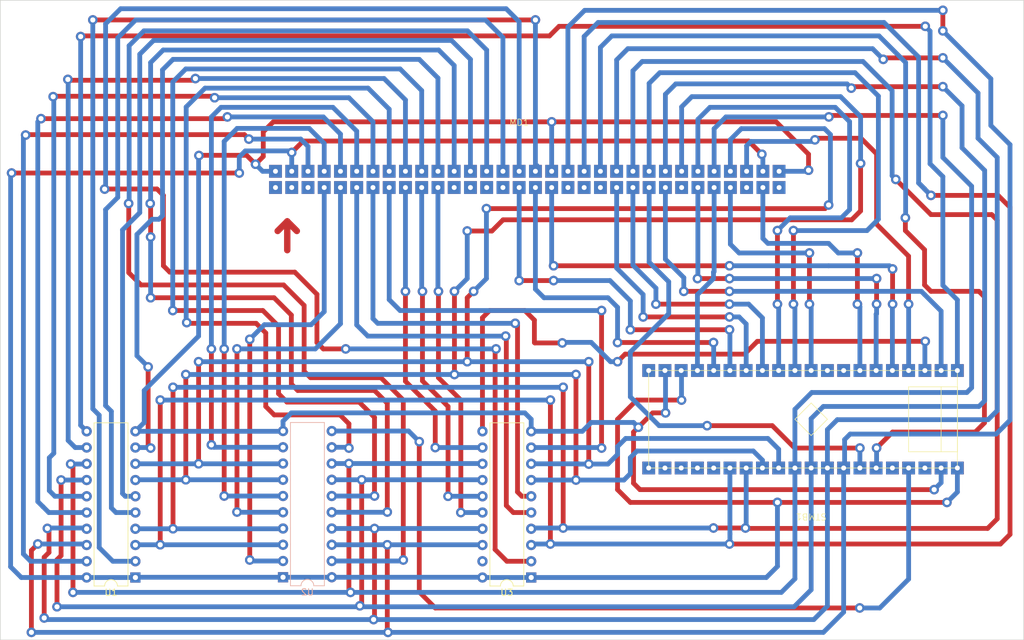
<source format=kicad_pcb>
(kicad_pcb (version 20240108) (generator "pcbnew") (generator_version "8.0")
  (layers (0 "F.Cu" signal) (31 "B.Cu" signal) (34 "B.Paste" user) (35 "F.Paste" user) (36 "B.SilkS" user "B.Silkscreen") (37 "F.SilkS" user "F.Silkscreen") (38 "B.Mask" user) (39 "F.Mask" user) (44 "Edge.Cuts" user))
  (net 0 "")
  (net 1 "D10")
  (net 2 "D8")
  (net 3 "D3_V")
  (net 4 "D12")
  (net 6 "D15")
  (net 7 "GND")
  (net 8 "A3")
  (net 10 "A5")
  (net 11 "A6")
  (net 12 "A4")
  (net 13 "D5_V")
  (net 14 "D14")
  (net 15 "A20")
  (net 16 "MD_AS")
  (net 17 "A10")
  (net 20 "A1")
  (net 21 "A7")
  (net 22 "MD_CE")
  (net 23 "A19")
  (net 24 "A13")
  (net 25 "VCC5")
  (net 26 "D9")
  (net 29 "MD_OE")
  (net 30 "A2")
  (net 31 "D13")
  (net 32 "D6_V")
  (net 33 "MD_TIME")
  (net 35 "A18")
  (net 36 "A21")
  (net 37 "A9")
  (net 39 "D4_V")
  (net 40 "MD_UWR")
  (net 41 "A12")
  (net 42 "D0_V")
  (net 43 "A0")
  (net 44 "D11")
  (net 45 "D1_V")
  (net 47 "A22")
  (net 50 "D7_V")
  (net 52 "A8")
  (net 53 "MD_RST")
  (net 54 "A15")
  (net 55 "A17")
  (net 56 "D2_V")
  (net 57 "A11")
  (net 58 "A16")
  (net 59 "A14")
  (net 61 "MD_WE")
  (net 62 "CLK2")
  (net 67 "CLK3")
  (net 71 "CLK1")
  (footprint "Package_DIP:DIP-20_W7.62mm" (layer "F.Cu") (at 153.14 142.175 180)
    (property "Reference" "U3")
    (property "Value" "74LS273" (hide yes))
  )
  (footprint "Package_DIP:DIP-20_W7.62mm" (layer "F.Cu") (at 91.26 142.175 180)
    (property "Reference" "U1")
    (property "Value" "74LS273" (hide yes))
  )
  (footprint "STM32_Board:STM32F401CCU6 Board" (layer "F.Cu") (at 196.91 125.055 180)
    (property "Reference" "STMB1")
    (property "Value" "~" (hide yes))
  )
  (footprint "Conn_MD:Conn_MD" (layer "F.Cu") (at 151.26 78.665)
    (property "Reference" "MD1")
    (property "Value" "~" (hide yes))
  )
  (footprint "Package_DIP:DIP-20_W7.62mm" (layer "B.Cu") (at 114.34 142.135)
    (property "Reference" "U2")
    (property "Value" "74LS273" (hide yes))
  )
  (gr_rect (start 70.14 51.935) (end 230.14 151.935) (stroke (width 0.1)) (fill none) (layer "Edge.Cuts"))
  (segment (start 113.5 88) (end 115 86.5) (width 1) (layer "F.Cu") (net 0))
  (segment (start 116.5 88) (end 115 86.5) (width 1) (layer "F.Cu") (net 0))
  (segment (start 115 86.5) (end 115 91) (width 1) (layer "F.Cu") (net 0))
  (segment (start 191.64 99.435) (end 191.64 87.935) (width 0.75) (layer "F.Cu") (net 1))
  (via (at 191.64 99.435) (size 1.5) (drill 0.8) (layers "F.Cu" "B.Cu") (net 1))
  (via (at 191.64 87.935) (size 1.5) (drill 0.8) (layers "F.Cu" "B.Cu") (net 1))
  (segment (start 191.83 99.625) (end 191.64 99.435) (width 0.75) (layer "B.Cu") (net 1))
  (segment (start 202.92 70.905) (end 202.92 84.655) (width 0.75) (layer "B.Cu") (net 1))
  (segment (start 179.2 78.665) (end 179.2 70.55) (width 0.75) (layer "B.Cu") (net 1))
  (segment (start 191.83 109.815) (end 191.83 99.625) (width 0.75) (layer "B.Cu") (net 1))
  (segment (start 200.68 68.665) (end 202.92 70.905) (width 0.75) (layer "B.Cu") (net 1))
  (segment (start 179.2 70.55) (end 181.085 68.665) (width 0.75) (layer "B.Cu") (net 1))
  (segment (start 202.92 84.655) (end 201.64 85.935) (width 0.75) (layer "B.Cu") (net 1))
  (segment (start 181.085 68.665) (end 200.68 68.665) (width 0.75) (layer "B.Cu") (net 1))
  (segment (start 201.64 85.935) (end 193.64 85.935) (width 0.75) (layer "B.Cu") (net 1))
  (segment (start 193.64 85.935) (end 191.64 87.935) (width 0.75) (layer "B.Cu") (net 1))
  (segment (start 214.64 96.435) (end 214.64 90.935) (width 0.75) (layer "F.Cu") (net 2))
  (segment (start 211.64 87.935) (end 211.64 85.935) (width 0.75) (layer "F.Cu") (net 2))
  (segment (start 222.565 119.435) (end 224 118) (width 0.75) (layer "F.Cu") (net 2))
  (segment (start 215.64 97.435) (end 214.64 96.435) (width 0.75) (layer "F.Cu") (net 2))
  (segment (start 207.14 121.935) (end 209.64 119.435) (width 0.75) (layer "F.Cu") (net 2))
  (segment (start 224 118) (end 224 98.295) (width 0.75) (layer "F.Cu") (net 2))
  (segment (start 224 98.295) (end 223.14 97.435) (width 0.75) (layer "F.Cu") (net 2))
  (segment (start 209.64 119.435) (end 222.565 119.435) (width 0.75) (layer "F.Cu") (net 2))
  (segment (start 223.14 97.435) (end 215.64 97.435) (width 0.75) (layer "F.Cu") (net 2))
  (segment (start 214.64 90.935) (end 211.64 87.935) (width 0.75) (layer "F.Cu") (net 2))
  (via (at 211.64 85.935) (size 1.5) (drill 0.8) (layers "F.Cu" "B.Cu") (net 2))
  (via (at 207.14 121.935) (size 1.5) (drill 0.8) (layers "F.Cu" "B.Cu") (net 2))
  (segment (start 207.14 124.985) (end 207.07 125.055) (width 0.75) (layer "B.Cu") (net 2))
  (segment (start 165.75 57.5) (end 163.96 59.29) (width 0.75) (layer "B.Cu") (net 2))
  (segment (start 211.68 61.665) (end 207.515 57.5) (width 0.75) (layer "B.Cu") (net 2))
  (segment (start 207.14 121.935) (end 207.14 124.985) (width 0.75) (layer "B.Cu") (net 2))
  (segment (start 211.68 85.895) (end 211.68 61.665) (width 0.75) (layer "B.Cu") (net 2))
  (segment (start 163.96 59.29) (end 163.96 78.665) (width 0.75) (layer "B.Cu") (net 2))
  (segment (start 211.64 85.935) (end 211.68 85.895) (width 0.75) (layer "B.Cu") (net 2))
  (segment (start 207.515 57.5) (end 165.75 57.5) (width 0.75) (layer "B.Cu") (net 2))
  (segment (start 199.075 84.5) (end 199.64 83.935) (width 0.75) (layer "F.Cu") (net 3))
  (segment (start 143.14 98.435) (end 143.14 108.435) (width 0.75) (layer "F.Cu") (net 3))
  (segment (start 101.14 124.395) (end 101.14 108.435) (width 0.75) (layer "F.Cu") (net 3))
  (segment (start 162.14 108.435) (end 162.14 124.435) (width 0.75) (layer "F.Cu") (net 3))
  (segment (start 144.14 97.435) (end 143.14 98.435) (width 0.75) (layer "F.Cu") (net 3))
  (segment (start 146.14 84.5) (end 199.075 84.5) (width 0.75) (layer "F.Cu") (net 3))
  (via (at 162.14 124.435) (size 1.5) (drill 0.8) (layers "F.Cu" "B.Cu") (net 3))
  (via (at 101.14 108.435) (size 1.5) (drill 0.8) (layers "F.Cu" "B.Cu") (net 3))
  (via (at 144.14 97.435) (size 1.5) (drill 0.8) (layers "F.Cu" "B.Cu") (net 3))
  (via (at 143.14 108.435) (size 1.5) (drill 0.8) (layers "F.Cu" "B.Cu") (net 3))
  (via (at 146.14 84.5) (size 1.5) (drill 0.8) (layers "F.Cu" "B.Cu") (net 3))
  (via (at 101.14 124.395) (size 1.5) (drill 0.8) (layers "F.Cu" "B.Cu") (net 3))
  (via (at 199.64 83.935) (size 1.5) (drill 0.8) (layers "F.Cu" "B.Cu") (net 3))
  (via (at 162.14 108.435) (size 1.5) (drill 0.8) (layers "F.Cu" "B.Cu") (net 3))
  (segment (start 199.92 72.92) (end 199 72) (width 0.75) (layer "B.Cu") (net 3))
  (segment (start 199 72) (end 186 72) (width 0.75) (layer "B.Cu") (net 3))
  (segment (start 91.26 124.395) (end 114.3 124.395) (width 0.75) (layer "B.Cu") (net 3))
  (segment (start 160.6 124.395) (end 153.14 124.395) (width 0.75) (layer "B.Cu") (net 3))
  (segment (start 199.64 83.935) (end 199.91 83.665) (width 0.75) (layer "B.Cu") (net 3))
  (segment (start 190.14 120.435) (end 191.83 122.125) (width 0.75) (layer "B.Cu") (net 3))
  (segment (start 162.14 124.435) (end 160.64 124.435) (width 0.75) (layer "B.Cu") (net 3))
  (segment (start 160.64 124.435) (end 160.6 124.395) (width 0.75) (layer "B.Cu") (net 3))
  (segment (start 199.91 83.665) (end 199.92 83.665) (width 0.75) (layer "B.Cu") (net 3))
  (segment (start 167.905 120.435) (end 190.14 120.435) (width 0.75) (layer "B.Cu") (net 3))
  (segment (start 146.14 95.435) (end 144.14 97.435) (width 0.75) (layer "B.Cu") (net 3))
  (segment (start 143.14 108.435) (end 101.14 108.435) (width 0.75) (layer "B.Cu") (net 3))
  (segment (start 166.65 122.925) (end 166.65 121.69) (width 0.75) (layer "B.Cu") (net 3))
  (segment (start 162.14 124.435) (end 165.14 124.435) (width 0.75) (layer "B.Cu") (net 3))
  (segment (start 166.65 121.69) (end 167.905 120.435) (width 0.75) (layer "B.Cu") (net 3))
  (segment (start 186 72) (end 184.28 73.72) (width 0.75) (layer "B.Cu") (net 3))
  (segment (start 199.92 83.665) (end 199.92 72.92) (width 0.75) (layer "B.Cu") (net 3))
  (segment (start 165.14 124.435) (end 166.65 122.925) (width 0.75) (layer "B.Cu") (net 3))
  (segment (start 184.28 73.72) (end 184.28 78.665) (width 0.75) (layer "B.Cu") (net 3))
  (segment (start 191.83 122.125) (end 191.83 125.055) (width 0.75) (layer "B.Cu") (net 3))
  (segment (start 114.3 124.395) (end 114.34 124.355) (width 0.75) (layer "B.Cu") (net 3))
  (segment (start 146.14 84.5) (end 146.14 95.435) (width 0.75) (layer "B.Cu") (net 3))
  (segment (start 162.14 108.435) (end 143.14 108.435) (width 0.75) (layer "B.Cu") (net 3))
  (segment (start 184.14 97.435) (end 177 97.435) (width 0.75) (layer "F.Cu") (net 4))
  (via (at 177 97.435) (size 1.5) (drill 0.8) (layers "F.Cu" "B.Cu") (net 4))
  (via (at 184.14 97.435) (size 1.5) (drill 0.8) (layers "F.Cu" "B.Cu") (net 4))
  (segment (start 214.64 97.935) (end 214.14 97.435) (width 0.75) (layer "B.Cu") (net 4))
  (segment (start 217.23 100.525) (end 214.64 97.935) (width 0.75) (layer "B.Cu") (net 4))
  (segment (start 214.14 97.435) (end 184.14 97.435) (width 0.75) (layer "B.Cu") (net 4))
  (segment (start 174.12 92.415) (end 174.12 81.205) (width 0.75) (layer "B.Cu") (net 4))
  (segment (start 177 95.295) (end 174.12 92.415) (width 0.75) (layer "B.Cu") (net 4))
  (segment (start 217.23 109.815) (end 217.23 100.525) (width 0.75) (layer "B.Cu") (net 4))
  (segment (start 177 97.435) (end 177 95.295) (width 0.75) (layer "B.Cu") (net 4))
  (segment (start 184.14 101.435) (end 170.64 101.435) (width 0.75) (layer "F.Cu") (net 6))
  (via (at 170.64 101.435) (size 1.5) (drill 0.8) (layers "F.Cu" "B.Cu") (net 6))
  (via (at 184.14 101.435) (size 1.5) (drill 0.8) (layers "F.Cu" "B.Cu") (net 6))
  (segment (start 186.75 102.545) (end 185.64 101.435) (width 0.75) (layer "B.Cu") (net 6))
  (segment (start 186.75 109.815) (end 186.75 102.545) (width 0.75) (layer "B.Cu") (net 6))
  (segment (start 185.64 101.435) (end 184.14 101.435) (width 0.75) (layer "B.Cu") (net 6))
  (segment (start 170.64 97.935) (end 166.5 93.795) (width 0.75) (layer "B.Cu") (net 6))
  (segment (start 166.5 93.795) (end 166.5 81.205) (width 0.75) (layer "B.Cu") (net 6))
  (segment (start 170.64 101.435) (end 170.64 97.935) (width 0.75) (layer "B.Cu") (net 6))
  (segment (start 172.14 116.435) (end 169.14 119.435) (width 0.75) (layer "F.Cu") (net 7))
  (segment (start 101.225 76.165) (end 108.645 76.165) (width 0.75) (layer "F.Cu") (net 7))
  (segment (start 169.14 127.435) (end 170.14 128.435) (width 0.75) (layer "F.Cu") (net 7))
  (segment (start 111.25 72.5) (end 112.815 70.935) (width 0.75) (layer "F.Cu") (net 7))
  (segment (start 170.14 128.435) (end 216.14 128.435) (width 0.75) (layer "F.Cu") (net 7))
  (segment (start 110.04 77.56) (end 111.25 76.35) (width 0.75) (layer "F.Cu") (net 7))
  (segment (start 112.815 70.935) (end 191.435 70.935) (width 0.75) (layer "F.Cu") (net 7))
  (segment (start 196.5 76) (end 196.5 78.5) (width 0.75) (layer "F.Cu") (net 7))
  (segment (start 191.435 70.935) (end 196.5 76) (width 0.75) (layer "F.Cu") (net 7))
  (segment (start 108.645 76.165) (end 110.04 77.56) (width 0.75) (layer "F.Cu") (net 7))
  (segment (start 169.14 119.435) (end 169.14 127.435) (width 0.75) (layer "F.Cu") (net 7))
  (segment (start 111.25 76.35) (end 111.25 72.5) (width 0.75) (layer "F.Cu") (net 7))
  (segment (start 101.19 76.2) (end 101.225 76.165) (width 0.75) (layer "F.Cu") (net 7))
  (segment (start 174.14 116.435) (end 172.14 116.435) (width 0.75) (layer "F.Cu") (net 7))
  (via (at 110.04 77.56) (size 1.5) (drill 0.8) (layers "F.Cu" "B.Cu") (net 7))
  (via (at 101.19 76.2) (size 1.5) (drill 0.8) (layers "F.Cu" "B.Cu") (net 7))
  (via (at 216.14 128.435) (size 1.5) (drill 0.8) (layers "F.Cu" "B.Cu") (net 7))
  (via (at 156.34 70.935) (size 1.5) (drill 0.8) (layers "F.Cu" "B.Cu") (net 7))
  (via (at 196.5 78.5) (size 1.5) (drill 0.8) (layers "F.Cu" "B.Cu") (net 7))
  (via (at 174.14 116.435) (size 1.5) (drill 0.8) (layers "F.Cu" "B.Cu") (net 7))
  (via (at 169.89 118.685) (size 1.5) (drill 0.8) (layers "F.Cu" "B.Cu") (net 7))
  (segment (start 152.14 116.435) (end 153.14 117.435) (width 0.75) (layer "B.Cu") (net 7))
  (segment (start 115.64 116.435) (end 152.14 116.435) (width 0.75) (layer "B.Cu") (net 7))
  (segment (start 174.14 109.905) (end 174.05 109.815) (width 0.75) (layer "B.Cu") (net 7))
  (segment (start 153.14 117.435) (end 153.14 119.315) (width 0.75) (layer "B.Cu") (net 7))
  (segment (start 101.14 104.435) (end 92.64 112.935) (width 0.75) (layer "B.Cu") (net 7))
  (segment (start 111.145 78.665) (end 113.16 78.665) (width 0.75) (layer "B.Cu") (net 7))
  (segment (start 92.64 112.935) (end 92.64 117.935) (width 0.75) (layer "B.Cu") (net 7))
  (segment (start 217.23 125.055) (end 217.23 127.345) (width 0.75) (layer "B.Cu") (net 7))
  (segment (start 92.64 117.935) (end 91.26 119.315) (width 0.75) (layer "B.Cu") (net 7))
  (segment (start 174.14 116.435) (end 174.14 109.905) (width 0.75) (layer "B.Cu") (net 7))
  (segment (start 101.14 76.25) (end 101.14 104.435) (width 0.75) (layer "B.Cu") (net 7))
  (segment (start 153.14 119.315) (end 161.14 119.315) (width 0.75) (layer "B.Cu") (net 7))
  (segment (start 101.19 76.2) (end 101.14 76.25) (width 0.75) (layer "B.Cu") (net 7))
  (segment (start 114.3 119.315) (end 114.34 119.275) (width 0.75) (layer "B.Cu") (net 7))
  (segment (start 156.34 70.935) (end 156.34 78.665) (width 0.75) (layer "B.Cu") (net 7))
  (segment (start 114.34 117.735) (end 115.64 116.435) (width 0.75) (layer "B.Cu") (net 7))
  (segment (start 169.14 117.935) (end 162.52 117.935) (width 0.75) (layer "B.Cu") (net 7))
  (segment (start 191.9 78.665) (end 196.335 78.665) (width 0.75) (layer "B.Cu") (net 7))
  (segment (start 162.52 117.935) (end 161.14 119.315) (width 0.75) (layer "B.Cu") (net 7))
  (segment (start 91.26 119.315) (end 114.3 119.315) (width 0.75) (layer "B.Cu") (net 7))
  (segment (start 114.34 119.275) (end 114.34 117.735) (width 0.75) (layer "B.Cu") (net 7))
  (segment (start 217.23 127.345) (end 216.14 128.435) (width 0.75) (layer "B.Cu") (net 7))
  (segment (start 169.89 118.685) (end 169.14 117.935) (width 0.75) (layer "B.Cu") (net 7))
  (segment (start 196.335 78.665) (end 196.5 78.5) (width 0.75) (layer "B.Cu") (net 7))
  (segment (start 110.04 77.56) (end 111.145 78.665) (width 0.75) (layer "B.Cu") (net 7))
  (segment (start 93.25 121.545) (end 93.64 121.935) (width 0.75) (layer "F.Cu") (net 8))
  (segment (start 93.25 109.25) (end 93.25 121.545) (width 0.75) (layer "F.Cu") (net 8))
  (via (at 93.25 109.25) (size 1.5) (drill 0.8) (layers "F.Cu" "B.Cu") (net 8))
  (via (at 93.64 121.935) (size 1.5) (drill 0.8) (layers "F.Cu" "B.Cu") (net 8))
  (segment (start 91.5 107.5) (end 91.5 88.5375) (width 0.75) (layer "B.Cu") (net 8))
  (segment (start 138.56 64.085) (end 138.56 78.665) (width 0.75) (layer "B.Cu") (net 8))
  (segment (start 91.26 121.855) (end 93.56 121.855) (width 0.75) (layer "B.Cu") (net 8))
  (segment (start 91.5 88.5375) (end 93.86875 86.16875) (width 0.75) (layer "B.Cu") (net 8))
  (segment (start 93.56 121.855) (end 93.64 121.935) (width 0.75) (layer "B.Cu") (net 8))
  (segment (start 95.5 85.6) (end 95.5 62.805) (width 0.75) (layer "B.Cu") (net 8))
  (segment (start 94.93125 86.16875) (end 95.5 85.6) (width 0.75) (layer "B.Cu") (net 8))
  (segment (start 135.64 61.165) (end 138.56 64.085) (width 0.75) (layer "B.Cu") (net 8))
  (segment (start 97.14 61.165) (end 135.64 61.165) (width 0.75) (layer "B.Cu") (net 8))
  (segment (start 93.25 109.25) (end 91.5 107.5) (width 0.75) (layer "B.Cu") (net 8))
  (segment (start 93.86875 86.16875) (end 94.93125 86.16875) (width 0.75) (layer "B.Cu") (net 8))
  (segment (start 95.5 62.805) (end 97.14 61.165) (width 0.75) (layer "B.Cu") (net 8))
  (segment (start 103.41 66.935) (end 103.64 67.165) (width 0.75) (layer "F.Cu") (net 10))
  (segment (start 78.465 66.935) (end 103.41 66.935) (width 0.75) (layer "F.Cu") (net 10))
  (segment (start 78.4 67) (end 78.465 66.935) (width 0.75) (layer "F.Cu") (net 10))
  (via (at 103.64 67.165) (size 1.5) (drill 0.8) (layers "F.Cu" "B.Cu") (net 10))
  (via (at 78.4 67) (size 1.5) (drill 0.8) (layers "F.Cu" "B.Cu") (net 10))
  (segment (start 78.4 67) (end 78.5 67.1) (width 0.75) (layer "B.Cu") (net 10))
  (segment (start 124.64 67.165) (end 103.64 67.165) (width 0.75) (layer "B.Cu") (net 10))
  (segment (start 128.4 70.925) (end 124.64 67.165) (width 0.75) (layer "B.Cu") (net 10))
  (segment (start 77.8 123.45) (end 77.8 128.595) (width 0.75) (layer "B.Cu") (net 10))
  (segment (start 77.8 128.595) (end 78.68 129.475) (width 0.75) (layer "B.Cu") (net 10))
  (segment (start 128.4 78.665) (end 128.4 70.925) (width 0.75) (layer "B.Cu") (net 10))
  (segment (start 78.5 67.1) (end 78.5 122.75) (width 0.75) (layer "B.Cu") (net 10))
  (segment (start 78.5 122.75) (end 77.8 123.45) (width 0.75) (layer "B.Cu") (net 10))
  (segment (start 78.68 129.475) (end 83.64 129.475) (width 0.75) (layer "B.Cu") (net 10))
  (segment (start 76.5 70.435) (end 105.37 70.435) (width 0.75) (layer "F.Cu") (net 11))
  (segment (start 105.37 70.435) (end 105.64 70.165) (width 0.75) (layer "F.Cu") (net 11))
  (via (at 76.5 70.435) (size 1.5) (drill 0.8) (layers "F.Cu" "B.Cu") (net 11))
  (via (at 105.64 70.165) (size 1.5) (drill 0.8) (layers "F.Cu" "B.Cu") (net 11))
  (segment (start 120.64 70.165) (end 105.64 70.165) (width 0.75) (layer "B.Cu") (net 11))
  (segment (start 76.8025 131.0975) (end 76.7975 131.0975) (width 0.75) (layer "B.Cu") (net 11))
  (segment (start 83.64 132.015) (end 77.72 132.015) (width 0.75) (layer "B.Cu") (net 11))
  (segment (start 123.32 72.845) (end 120.64 70.165) (width 0.75) (layer "B.Cu") (net 11))
  (segment (start 77.72 132.015) (end 76.8025 131.0975) (width 0.75) (layer "B.Cu") (net 11))
  (segment (start 76.7975 131.0975) (end 76 130.3) (width 0.75) (layer "B.Cu") (net 11))
  (segment (start 123.32 78.665) (end 123.32 72.845) (width 0.75) (layer "B.Cu") (net 11))
  (segment (start 76 70.935) (end 76.5 70.435) (width 0.75) (layer "B.Cu") (net 11))
  (segment (start 76 130.3) (end 76 70.935) (width 0.75) (layer "B.Cu") (net 11))
  (segment (start 80.7 64.3) (end 80.835 64.435) (width 0.75) (layer "F.Cu") (net 12))
  (segment (start 80.835 64.435) (end 100.37 64.435) (width 0.75) (layer "F.Cu") (net 12))
  (segment (start 100.37 64.435) (end 100.64 64.165) (width 0.75) (layer "F.Cu") (net 12))
  (via (at 100.64 64.165) (size 1.5) (drill 0.8) (layers "F.Cu" "B.Cu") (net 12))
  (via (at 80.7 64.3) (size 1.5) (drill 0.8) (layers "F.Cu" "B.Cu") (net 12))
  (segment (start 133.48 78.665) (end 133.48 67.505) (width 0.75) (layer "B.Cu") (net 12))
  (segment (start 133.48 67.505) (end 130.14 64.165) (width 0.75) (layer "B.Cu") (net 12))
  (segment (start 80.7 64.3) (end 80.75 64.35) (width 0.75) (layer "B.Cu") (net 12))
  (segment (start 80.75 120.75) (end 81.855 121.855) (width 0.75) (layer "B.Cu") (net 12))
  (segment (start 80.75 64.35) (end 80.75 120.75) (width 0.75) (layer "B.Cu") (net 12))
  (segment (start 130.14 64.165) (end 100.64 64.165) (width 0.75) (layer "B.Cu") (net 12))
  (segment (start 81.855 121.855) (end 83.64 121.855) (width 0.75) (layer "B.Cu") (net 12))
  (segment (start 79 139.39) (end 79.64 138.75) (width 0.75) (layer "F.Cu") (net 13))
  (segment (start 126.35 146.6) (end 126.64 146.31) (width 0.75) (layer "F.Cu") (net 13))
  (segment (start 79 146.75) (end 79 139.39) (width 0.75) (layer "F.Cu") (net 13))
  (segment (start 217.5 65.435) (end 203.41 65.435) (width 0.75) (layer "F.Cu") (net 13))
  (segment (start 126.64 146.31) (end 126.64 126.895) (width 0.75) (layer "F.Cu") (net 13))
  (segment (start 203.41 65.435) (end 203.18 65.665) (width 0.75) (layer "F.Cu") (net 13))
  (segment (start 79.64 138.75) (end 79.64 126.935) (width 0.75) (layer "F.Cu") (net 13))
  (via (at 126.64 126.895) (size 1.5) (drill 0.8) (layers "F.Cu" "B.Cu") (net 13))
  (via (at 203.18 65.665) (size 1.5) (drill 0.8) (layers "F.Cu" "B.Cu") (net 13))
  (via (at 79 146.75) (size 1.5) (drill 0.8) (layers "F.Cu" "B.Cu") (net 13))
  (via (at 217.5 65.435) (size 1.5) (drill 0.8) (layers "F.Cu" "B.Cu") (net 13))
  (via (at 126.35 146.6) (size 1.5) (drill 0.8) (layers "F.Cu" "B.Cu") (net 13))
  (via (at 79.64 126.935) (size 1.5) (drill 0.8) (layers "F.Cu" "B.Cu") (net 13))
  (segment (start 126.35 146.6) (end 126.5 146.75) (width 0.75) (layer "B.Cu") (net 13))
  (segment (start 174.12 66.63) (end 174.12 78.665) (width 0.75) (layer "B.Cu") (net 13))
  (segment (start 175.75 65) (end 174.12 66.63) (width 0.75) (layer "B.Cu") (net 13))
  (segment (start 145.48 126.895) (end 145.52 126.935) (width 0.75) (layer "B.Cu") (net 13))
  (segment (start 224.0375 78.5375) (end 220.5 75) (width 0.75) (layer "B.Cu") (net 13))
  (segment (start 79.64 126.935) (end 83.64 126.935) (width 0.75) (layer "B.Cu") (net 13))
  (segment (start 223.14 115.435) (end 224.0375 114.5375) (width 0.75) (layer "B.Cu") (net 13))
  (segment (start 220.5 68.435) (end 217.5 65.435) (width 0.75) (layer "B.Cu") (net 13))
  (segment (start 121.96 126.895) (end 145.48 126.895) (width 0.75) (layer "B.Cu") (net 13))
  (segment (start 196.91 117.34) (end 198.815 115.435) (width 0.75) (layer "B.Cu") (net 13))
  (segment (start 203.18 65.665) (end 202.515 65) (width 0.75) (layer "B.Cu") (net 13))
  (segment (start 202.515 65) (end 175.75 65) (width 0.75) (layer "B.Cu") (net 13))
  (segment (start 224.0375 114.5375) (end 224.0375 78.5375) (width 0.75) (layer "B.Cu") (net 13))
  (segment (start 196.91 144.09) (end 196.91 125.055) (width 0.75) (layer "B.Cu") (net 13))
  (segment (start 196.91 125.055) (end 196.91 117.34) (width 0.75) (layer "B.Cu") (net 13))
  (segment (start 126.5 146.75) (end 194.25 146.75) (width 0.75) (layer "B.Cu") (net 13))
  (segment (start 126.2 146.75) (end 79 146.75) (width 0.75) (layer "B.Cu") (net 13))
  (segment (start 194.25 146.75) (end 196.91 144.09) (width 0.75) (layer "B.Cu") (net 13))
  (segment (start 198.815 115.435) (end 223.14 115.435) (width 0.75) (layer "B.Cu") (net 13))
  (segment (start 126.35 146.6) (end 126.2 146.75) (width 0.75) (layer "B.Cu") (net 13))
  (segment (start 220.5 75) (end 220.5 68.435) (width 0.75) (layer "B.Cu") (net 13))
  (segment (start 184.14 99.435) (end 172.64 99.435) (width 0.75) (layer "F.Cu") (net 14))
  (via (at 184.14 99.435) (size 1.5) (drill 0.8) (layers "F.Cu" "B.Cu") (net 14))
  (via (at 172.64 99.435) (size 1.5) (drill 0.8) (layers "F.Cu" "B.Cu") (net 14))
  (segment (start 189.29 101.585) (end 187.14 99.435) (width 0.75) (layer "B.Cu") (net 14))
  (segment (start 172.64 96.935) (end 169.04 93.335) (width 0.75) (layer "B.Cu") (net 14))
  (segment (start 169.04 93.335) (end 169.04 81.205) (width 0.75) (layer "B.Cu") (net 14))
  (segment (start 187.14 99.435) (end 184.14 99.435) (width 0.75) (layer "B.Cu") (net 14))
  (segment (start 189.29 109.815) (end 189.29 101.585) (width 0.75) (layer "B.Cu") (net 14))
  (segment (start 172.64 99.435) (end 172.64 96.935) (width 0.75) (layer "B.Cu") (net 14))
  (segment (start 133.48 111.5) (end 138.14 116.16) (width 0.75) (layer "F.Cu") (net 15))
  (segment (start 133.48 97.435) (end 133.48 111.5) (width 0.75) (layer "F.Cu") (net 15))
  (segment (start 138.14 116.16) (end 138.14 121.855) (width 0.75) (layer "F.Cu") (net 15))
  (via (at 133.48 97.435) (size 1.5) (drill 0.8) (layers "F.Cu" "B.Cu") (net 15))
  (via (at 138.14 121.855) (size 1.5) (drill 0.8) (layers "F.Cu" "B.Cu") (net 15))
  (segment (start 133.48 97.435) (end 133.48 81.205) (width 0.75) (layer "B.Cu") (net 15))
  (segment (start 133.48 97.775) (end 133.48 97.435) (width 0.75) (layer "B.Cu") (net 15))
  (segment (start 138.14 121.855) (end 145.52 121.855) (width 0.75) (layer "B.Cu") (net 15))
  (segment (start 209.64 99.435) (end 209.64 93.935) (width 0.75) (layer "F.Cu") (net 16))
  (segment (start 184.14 93.435) (end 156.64 93.435) (width 0.75) (layer "F.Cu") (net 16))
  (via (at 209.64 93.935) (size 1.5) (drill 0.8) (layers "F.Cu" "B.Cu") (net 16))
  (via (at 184.14 93.435) (size 1.5) (drill 0.8) (layers "F.Cu" "B.Cu") (net 16))
  (via (at 209.64 99.435) (size 1.5) (drill 0.8) (layers "F.Cu" "B.Cu") (net 16))
  (via (at 156.64 93.435) (size 1.5) (drill 0.8) (layers "F.Cu" "B.Cu") (net 16))
  (segment (start 209.61 99.465) (end 209.64 99.435) (width 0.75) (layer "B.Cu") (net 16))
  (segment (start 156.34 81.205) (end 156.34 93.135) (width 0.75) (layer "B.Cu") (net 16))
  (segment (start 156.34 93.135) (end 156.64 93.435) (width 0.75) (layer "B.Cu") (net 16))
  (segment (start 199.64 93.435) (end 184.14 93.435) (width 0.75) (layer "B.Cu") (net 16))
  (segment (start 209.14 93.435) (end 199.64 93.435) (width 0.75) (layer "B.Cu") (net 16))
  (segment (start 209.61 109.815) (end 209.61 99.465) (width 0.75) (layer "B.Cu") (net 16))
  (segment (start 209.64 93.935) (end 209.14 93.435) (width 0.75) (layer "B.Cu") (net 16))
  (segment (start 105.14 129.435) (end 105.14 106.435) (width 0.75) (layer "F.Cu") (net 17))
  (via (at 105.14 129.435) (size 1.5) (drill 0.8) (layers "F.Cu" "B.Cu") (net 17))
  (via (at 105.14 106.435) (size 1.5) (drill 0.8) (layers "F.Cu" "B.Cu") (net 17))
  (segment (start 120.78 78.665) (end 120.78 74.305) (width 0.75) (layer "B.Cu") (net 17))
  (segment (start 118.435 71.96) (end 107.165 71.96) (width 0.75) (layer "B.Cu") (net 17))
  (segment (start 120.78 74.305) (end 118.435 71.96) (width 0.75) (layer "B.Cu") (net 17))
  (segment (start 107.165 71.96) (end 107.165 71.965) (width 0.75) (layer "B.Cu") (net 17))
  (segment (start 105.14 73.99) (end 105.14 106.435) (width 0.75) (layer "B.Cu") (net 17))
  (segment (start 107.165 71.965) (end 105.14 73.99) (width 0.75) (layer "B.Cu") (net 17))
  (segment (start 114.34 129.435) (end 105.14 129.435) (width 0.75) (layer "B.Cu") (net 17))
  (segment (start 88.5 82.75) (end 88.5 57.805) (width 0.75) (layer "B.Cu") (net 20))
  (segment (start 86.6 84.65) (end 88.5 82.75) (width 0.75) (layer "B.Cu") (net 20))
  (segment (start 148.72 57.745) (end 148.72 78.665) (width 0.75) (layer "B.Cu") (net 20))
  (segment (start 91.26 132.015) (end 88.22 132.015) (width 0.75) (layer "B.Cu") (net 20))
  (segment (start 145.975 55) (end 148.72 57.745) (width 0.75) (layer "B.Cu") (net 20))
  (segment (start 91.305 55) (end 145.975 55) (width 0.75) (layer "B.Cu") (net 20))
  (segment (start 88.5 57.805) (end 91.305 55) (width 0.75) (layer "B.Cu") (net 20))
  (segment (start 87.5 116.2) (end 86.6 115.3) (width 0.75) (layer "B.Cu") (net 20))
  (segment (start 87.5 131.295) (end 87.5 116.2) (width 0.75) (layer "B.Cu") (net 20))
  (segment (start 88.22 132.015) (end 87.5 131.295) (width 0.75) (layer "B.Cu") (net 20))
  (segment (start 86.6 115.3) (end 86.6 84.65) (width 0.75) (layer "B.Cu") (net 20))
  (segment (start 74.165 72.935) (end 74.1 73) (width 0.75) (layer "F.Cu") (net 21))
  (segment (start 109 73.63) (end 108.305 72.935) (width 0.75) (layer "F.Cu") (net 21))
  (segment (start 108.305 72.935) (end 74.165 72.935) (width 0.75) (layer "F.Cu") (net 21))
  (via (at 74.1 73) (size 1.5) (drill 0.8) (layers "F.Cu" "B.Cu") (net 21))
  (via (at 109 73.63) (size 1.5) (drill 0.8) (layers "F.Cu" "B.Cu") (net 21))
  (segment (start 73.75 138.5) (end 74.885 139.635) (width 0.75) (layer "B.Cu") (net 21))
  (segment (start 73.75 73.35) (end 73.75 138.5) (width 0.75) (layer "B.Cu") (net 21))
  (segment (start 74.1 73) (end 73.75 73.35) (width 0.75) (layer "B.Cu") (net 21))
  (segment (start 117.105 73.63) (end 118.24 74.765) (width 0.75) (layer "B.Cu") (net 21))
  (segment (start 74.885 139.635) (end 83.64 139.635) (width 0.75) (layer "B.Cu") (net 21))
  (segment (start 109 73.63) (end 117.105 73.63) (width 0.75) (layer "B.Cu") (net 21))
  (segment (start 118.24 74.765) (end 118.24 78.665) (width 0.75) (layer "B.Cu") (net 21))
  (segment (start 181.64 105.435) (end 166.64 105.435) (width 0.75) (layer "F.Cu") (net 22))
  (via (at 166.64 105.435) (size 1.5) (drill 0.8) (layers "F.Cu" "B.Cu") (net 22))
  (via (at 181.64 105.435) (size 1.5) (drill 0.8) (layers "F.Cu" "B.Cu") (net 22))
  (segment (start 181.67 105.465) (end 181.64 105.435) (width 0.75) (layer "B.Cu") (net 22))
  (segment (start 153.8 81.205) (end 153.8 97.095) (width 0.75) (layer "B.Cu") (net 22))
  (segment (start 153.8 97.095) (end 155.14 98.435) (width 0.75) (layer "B.Cu") (net 22))
  (segment (start 166.64 99.935) (end 165.14 98.435) (width 0.75) (layer "B.Cu") (net 22))
  (segment (start 166.64 105.435) (end 166.64 99.935) (width 0.75) (layer "B.Cu") (net 22))
  (segment (start 165.14 98.435) (end 155.14 98.435) (width 0.75) (layer "B.Cu") (net 22))
  (segment (start 181.67 109.815) (end 181.67 105.465) (width 0.75) (layer "B.Cu") (net 22))
  (segment (start 164.14 121.935) (end 164.14 100.435) (width 0.75) (layer "F.Cu") (net 23))
  (via (at 164.14 121.935) (size 1.5) (drill 0.8) (layers "F.Cu" "B.Cu") (net 23))
  (via (at 164.14 100.435) (size 1.5) (drill 0.8) (layers "F.Cu" "B.Cu") (net 23))
  (segment (start 164.06 121.855) (end 164.14 121.935) (width 0.75) (layer "B.Cu") (net 23))
  (segment (start 132.64 100.435) (end 164.14 100.435) (width 0.75) (layer "B.Cu") (net 23))
  (segment (start 153.14 121.855) (end 164.06 121.855) (width 0.75) (layer "B.Cu") (net 23))
  (segment (start 130.94 98.735) (end 132.64 100.435) (width 0.75) (layer "B.Cu") (net 23))
  (segment (start 130.94 81.205) (end 130.94 98.735) (width 0.75) (layer "B.Cu") (net 23))
  (segment (start 114.955 114.75) (end 126.25 114.75) (width 0.75) (layer "F.Cu") (net 24))
  (segment (start 126.25 114.75) (end 128.64 117.14) (width 0.75) (layer "F.Cu") (net 24))
  (segment (start 128.64 117.14) (end 128.64 129.435) (width 0.75) (layer "F.Cu") (net 24))
  (segment (start 97.1 100.435) (end 111.185 100.435) (width 0.75) (layer "F.Cu") (net 24))
  (segment (start 113.64 102.89) (end 113.64 113.435) (width 0.75) (layer "F.Cu") (net 24))
  (segment (start 111.185 100.435) (end 113.64 102.89) (width 0.75) (layer "F.Cu") (net 24))
  (segment (start 113.64 113.435) (end 114.955 114.75) (width 0.75) (layer "F.Cu") (net 24))
  (via (at 128.64 129.435) (size 1.5) (drill 0.8) (layers "F.Cu" "B.Cu") (net 24))
  (via (at 97.1 100.435) (size 1.5) (drill 0.8) (layers "F.Cu" "B.Cu") (net 24))
  (segment (start 132.64 62.665) (end 136.02 66.045) (width 0.75) (layer "B.Cu") (net 24))
  (segment (start 97.1 100.435) (end 97.1 64.705) (width 0.75) (layer "B.Cu") (net 24))
  (segment (start 136.02 66.045) (end 136.02 78.665) (width 0.75) (layer "B.Cu") (net 24))
  (segment (start 99.14 62.665) (end 132.64 62.665) (width 0.75) (layer "B.Cu") (net 24))
  (segment (start 121.96 129.435) (end 128.64 129.435) (width 0.75) (layer "B.Cu") (net 24))
  (segment (start 97.1 64.705) (end 99.14 62.665) (width 0.75) (layer "B.Cu") (net 24))
  (segment (start 187.135 73.935) (end 117.49 73.935) (width 0.75) (layer "F.Cu") (net 25))
  (segment (start 218.14 130.435) (end 191.64 130.435) (width 0.75) (layer "F.Cu") (net 25))
  (segment (start 117.49 73.935) (end 115.7 75.725) (width 0.75) (layer "F.Cu") (net 25))
  (segment (start 189.2 76) (end 187.135 73.935) (width 0.75) (layer "F.Cu") (net 25))
  (segment (start 107.5 78.935) (end 71.9 78.935) (width 0.75) (layer "F.Cu") (net 25))
  (segment (start 166.64 117.435) (end 169.64 114.435) (width 0.75) (layer "F.Cu") (net 25))
  (segment (start 166.64 128.435) (end 166.64 117.435) (width 0.75) (layer "F.Cu") (net 25))
  (segment (start 191.64 130.435) (end 168.64 130.435) (width 0.75) (layer "F.Cu") (net 25))
  (segment (start 168.64 130.435) (end 166.64 128.435) (width 0.75) (layer "F.Cu") (net 25))
  (segment (start 169.64 114.435) (end 176.64 114.435) (width 0.75) (layer "F.Cu") (net 25))
  (via (at 115.7 75.725) (size 1.5) (drill 0.8) (layers "F.Cu" "B.Cu") (net 25))
  (via (at 189.2 76) (size 1.5) (drill 0.8) (layers "F.Cu" "B.Cu") (net 25))
  (via (at 176.64 114.435) (size 1.5) (drill 0.8) (layers "F.Cu" "B.Cu") (net 25))
  (via (at 107.5 78.935) (size 1.5) (drill 0.8) (layers "F.Cu" "B.Cu") (net 25))
  (via (at 191.64 130.435) (size 1.5) (drill 0.8) (layers "F.Cu" "B.Cu") (net 25))
  (via (at 218.14 130.435) (size 1.5) (drill 0.8) (layers "F.Cu" "B.Cu") (net 25))
  (via (at 71.9 78.935) (size 1.5) (drill 0.8) (layers "F.Cu" "B.Cu") (net 25))
  (segment (start 153.14 142.175) (end 145.52 142.175) (width 0.75) (layer "B.Cu") (net 25))
  (segment (start 189.36 76.16) (end 189.2 76) (width 0.75) (layer "B.Cu") (net 25))
  (segment (start 219.77 125.055) (end 219.77 128.805) (width 0.75) (layer "B.Cu") (net 25))
  (segment (start 189.9 142.175) (end 191.64 140.435) (width 0.75) (layer "B.Cu") (net 25))
  (segment (start 71.75 79.085) (end 71.75 140.5) (width 0.75) (layer "B.Cu") (net 25))
  (segment (start 71.75 140.5) (end 73.425 142.175) (width 0.75) (layer "B.Cu") (net 25))
  (segment (start 145.48 142.135) (end 145.52 142.175) (width 0.75) (layer "B.Cu") (net 25))
  (segment (start 176.64 114.435) (end 176.64 109.865) (width 0.75) (layer "B.Cu") (net 25))
  (segment (start 115.455 75.48) (end 108.44 75.48) (width 0.75) (layer "B.Cu") (net 25))
  (segment (start 107.5 76.42) (end 107.5 78.935) (width 0.75) (layer "B.Cu") (net 25))
  (segment (start 153.14 142.175) (end 189.9 142.175) (width 0.75) (layer "B.Cu") (net 25))
  (segment (start 115.7 75.725) (end 115.455 75.48) (width 0.75) (layer "B.Cu") (net 25))
  (segment (start 114.34 142.135) (end 91.3 142.135) (width 0.75) (layer "B.Cu") (net 25))
  (segment (start 115.7 75.725) (end 115.7 78.665) (width 0.75) (layer "B.Cu") (net 25))
  (segment (start 219.77 128.805) (end 218.14 130.435) (width 0.75) (layer "B.Cu") (net 25))
  (segment (start 189.36 78.665) (end 189.36 76.16) (width 0.75) (layer "B.Cu") (net 25))
  (segment (start 191.64 140.435) (end 191.64 130.435) (width 0.75) (layer "B.Cu") (net 25))
  (segment (start 83.64 142.175) (end 91.26 142.175) (width 0.75) (layer "B.Cu") (net 25))
  (segment (start 91.3 142.135) (end 91.26 142.175) (width 0.75) (layer "B.Cu") (net 25))
  (segment (start 71.9 78.935) (end 71.75 79.085) (width 0.75) (layer "B.Cu") (net 25))
  (segment (start 176.64 109.865) (end 176.59 109.815) (width 0.75) (layer "B.Cu") (net 25))
  (segment (start 121.96 142.135) (end 114.34 142.135) (width 0.75) (layer "B.Cu") (net 25))
  (segment (start 108.44 75.48) (end 107.5 76.42) (width 0.75) (layer "B.Cu") (net 25))
  (segment (start 121.96 142.135) (end 145.48 142.135) (width 0.75) (layer "B.Cu") (net 25))
  (segment (start 73.425 142.175) (end 83.64 142.175) (width 0.75) (layer "B.Cu") (net 25))
  (segment (start 194.14 99.435) (end 194.14 87.935) (width 0.75) (layer "F.Cu") (net 26))
  (via (at 194.14 99.435) (size 1.5) (drill 0.8) (layers "F.Cu" "B.Cu") (net 26))
  (via (at 194.14 87.935) (size 1.5) (drill 0.8) (layers "F.Cu" "B.Cu") (net 26))
  (segment (start 194.14 87.935) (end 205.64 87.935) (width 0.75) (layer "B.Cu") (net 26))
  (segment (start 171.58 64.92) (end 171.58 78.665) (width 0.75) (layer "B.Cu") (net 26))
  (segment (start 203.765 63.25) (end 173.25 63.25) (width 0.75) (layer "B.Cu") (net 26))
  (segment (start 205.64 87.935) (end 207.42 86.155) (width 0.75) (layer "B.Cu") (net 26))
  (segment (start 194.37 109.815) (end 194.37 99.665) (width 0.75) (layer "B.Cu") (net 26))
  (segment (start 173.25 63.25) (end 171.58 64.92) (width 0.75) (layer "B.Cu") (net 26))
  (segment (start 207.42 66.905) (end 203.765 63.25) (width 0.75) (layer "B.Cu") (net 26))
  (segment (start 194.37 99.665) (end 194.14 99.435) (width 0.75) (layer "B.Cu") (net 26))
  (segment (start 207.42 86.155) (end 207.42 66.905) (width 0.75) (layer "B.Cu") (net 26))
  (segment (start 151.26 95.75) (end 156.64 95.75) (width 0.75) (layer "F.Cu") (net 29))
  (segment (start 184.14 103.435) (end 168.64 103.435) (width 0.75) (layer "F.Cu") (net 29))
  (via (at 184.14 103.435) (size 1.5) (drill 0.8) (layers "F.Cu" "B.Cu") (net 29))
  (via (at 151.26 95.75) (size 1.5) (drill 0.8) (layers "F.Cu" "B.Cu") (net 29))
  (via (at 168.64 103.435) (size 1.5) (drill 0.8) (layers "F.Cu" "B.Cu") (net 29))
  (via (at 156.64 95.75) (size 1.5) (drill 0.8) (layers "F.Cu" "B.Cu") (net 29))
  (segment (start 165.455 95.75) (end 168.64 98.935) (width 0.75) (layer "B.Cu") (net 29))
  (segment (start 151.26 95.75) (end 151.26 81.205) (width 0.75) (layer "B.Cu") (net 29))
  (segment (start 168.64 98.935) (end 168.64 103.435) (width 0.75) (layer "B.Cu") (net 29))
  (segment (start 184.21 103.505) (end 184.14 103.435) (width 0.75) (layer "B.Cu") (net 29))
  (segment (start 184.21 109.815) (end 184.21 103.505) (width 0.75) (layer "B.Cu") (net 29))
  (segment (start 156.64 95.75) (end 165.455 95.75) (width 0.75) (layer "B.Cu") (net 29))
  (segment (start 94.1 58.205) (end 140.68 58.205) (width 0.75) (layer "B.Cu") (net 30))
  (segment (start 140.68 58.205) (end 143.64 61.165) (width 0.75) (layer "B.Cu") (net 30))
  (segment (start 91.94 85.135) (end 91.94 60.365) (width 0.75) (layer "B.Cu") (net 30))
  (segment (start 91.94 60.365) (end 94.1 58.205) (width 0.75) (layer "B.Cu") (net 30))
  (segment (start 91.26 129.475) (end 89.68 129.475) (width 0.75) (layer "B.Cu") (net 30))
  (segment (start 89.68 129.475) (end 89.25 129.045) (width 0.75) (layer "B.Cu") (net 30))
  (segment (start 143.64 61.165) (end 143.64 78.665) (width 0.75) (layer "B.Cu") (net 30))
  (segment (start 89.25 87.825) (end 91.94 85.135) (width 0.75) (layer "B.Cu") (net 30))
  (segment (start 89.25 129.045) (end 89.25 87.825) (width 0.75) (layer "B.Cu") (net 30))
  (segment (start 204.53 121.935) (end 194.335 121.935) (width 0.75) (layer "F.Cu") (net 31))
  (segment (start 190.835 118.435) (end 180.64 118.435) (width 0.75) (layer "F.Cu") (net 31))
  (segment (start 194.335 121.935) (end 190.835 118.435) (width 0.75) (layer "F.Cu") (net 31))
  (via (at 204.53 121.935) (size 1.5) (drill 0.8) (layers "F.Cu" "B.Cu") (net 31))
  (via (at 180.64 118.435) (size 1.5) (drill 0.8) (layers "F.Cu" "B.Cu") (net 31))
  (segment (start 173.14 118.435) (end 168.64 113.935) (width 0.75) (layer "B.Cu") (net 31))
  (segment (start 174.64 100.935) (end 174.64 95.935) (width 0.75) (layer "B.Cu") (net 31))
  (segment (start 180.64 118.435) (end 173.14 118.435) (width 0.75) (layer "B.Cu") (net 31))
  (segment (start 168.64 106.935) (end 174.64 100.935) (width 0.75) (layer "B.Cu") (net 31))
  (segment (start 174.64 95.935) (end 171.58 92.875) (width 0.75) (layer "B.Cu") (net 31))
  (segment (start 171.58 92.875) (end 171.58 81.205) (width 0.75) (layer "B.Cu") (net 31))
  (segment (start 204.53 121.935) (end 204.53 125.055) (width 0.75) (layer "B.Cu") (net 31))
  (segment (start 168.64 113.935) (end 168.64 106.935) (width 0.75) (layer "B.Cu") (net 31))
  (segment (start 77 148.5) (end 77 139) (width 0.75) (layer "F.Cu") (net 32))
  (segment (start 77.75 134.75) (end 77.5 134.5) (width 0.75) (layer "F.Cu") (net 32))
  (segment (start 128.64 148.61) (end 128.64 134.515) (width 0.75) (layer "F.Cu") (net 32))
  (segment (start 77 139) (end 77.75 138.25) (width 0.75) (layer "F.Cu") (net 32))
  (segment (start 77.75 138.25) (end 77.75 134.75) (width 0.75) (layer "F.Cu") (net 32))
  (segment (start 208.41 60.935) (end 208.18 61.165) (width 0.75) (layer "F.Cu") (net 32))
  (segment (start 128.5 148.75) (end 128.64 148.61) (width 0.75) (layer "F.Cu") (net 32))
  (segment (start 217.5 60.935) (end 208.41 60.935) (width 0.75) (layer "F.Cu") (net 32))
  (via (at 128.64 134.515) (size 1.5) (drill 0.8) (layers "F.Cu" "B.Cu") (net 32))
  (via (at 128.5 148.75) (size 1.5) (drill 0.8) (layers "F.Cu" "B.Cu") (net 32))
  (via (at 77.5 134.5) (size 1.5) (drill 0.8) (layers "F.Cu" "B.Cu") (net 32))
  (via (at 217.5 60.935) (size 1.5) (drill 0.8) (layers "F.Cu" "B.Cu") (net 32))
  (via (at 77 148.5) (size 1.5) (drill 0.8) (layers "F.Cu" "B.Cu") (net 32))
  (via (at 208.18 61.165) (size 1.5) (drill 0.8) (layers "F.Cu" "B.Cu") (net 32))
  (segment (start 197.325 148.75) (end 199.45 146.625) (width 0.75) (layer "B.Cu") (net 32))
  (segment (start 199.45 146.625) (end 199.45 125.055) (width 0.75) (layer "B.Cu") (net 32))
  (segment (start 226 76.5) (end 223 73.5) (width 0.75) (layer "B.Cu") (net 32))
  (segment (start 77.5 134.5) (end 77.565 134.435) (width 0.75) (layer "B.Cu") (net 32))
  (segment (start 224.575 117.5) (end 226 116.075) (width 0.75) (layer "B.Cu") (net 32))
  (segment (start 77.25 148.75) (end 128.5 148.75) (width 0.75) (layer "B.Cu") (net 32))
  (segment (start 145.48 134.515) (end 145.52 134.555) (width 0.75) (layer "B.Cu") (net 32))
  (segment (start 201 117.5) (end 224.575 117.5) (width 0.75) (layer "B.Cu") (net 32))
  (segment (start 168.25 59.5) (end 166.5 61.25) (width 0.75) (layer "B.Cu") (net 32))
  (segment (start 226 116.075) (end 226 76.5) (width 0.75) (layer "B.Cu") (net 32))
  (segment (start 128.5 148.75) (end 197.325 148.75) (width 0.75) (layer "B.Cu") (net 32))
  (segment (start 83.52 134.435) (end 83.64 134.555) (width 0.75) (layer "B.Cu") (net 32))
  (segment (start 121.96 134.515) (end 145.48 134.515) (width 0.75) (layer "B.Cu") (net 32))
  (segment (start 223 73.5) (end 223 66.435) (width 0.75) (layer "B.Cu") (net 32))
  (segment (start 206.515 59.5) (end 168.25 59.5) (width 0.75) (layer "B.Cu") (net 32))
  (segment (start 77 148.5) (end 77.25 148.75) (width 0.75) (layer "B.Cu") (net 32))
  (segment (start 223 66.435) (end 217.5 60.935) (width 0.75) (layer "B.Cu") (net 32))
  (segment (start 208.18 61.165) (end 206.515 59.5) (width 0.75) (layer "B.Cu") (net 32))
  (segment (start 199.45 125.055) (end 199.45 119.05) (width 0.75) (layer "B.Cu") (net 32))
  (segment (start 199.45 119.05) (end 201 117.5) (width 0.75) (layer "B.Cu") (net 32))
  (segment (start 77.565 134.435) (end 83.52 134.435) (width 0.75) (layer "B.Cu") (net 32))
  (segment (start 166.5 61.25) (end 166.5 78.665) (width 0.75) (layer "B.Cu") (net 32))
  (segment (start 204.14 99.435) (end 204.14 91.435) (width 0.75) (layer "F.Cu") (net 33))
  (via (at 204.14 91.435) (size 1.5) (drill 0.8) (layers "F.Cu" "B.Cu") (net 33))
  (via (at 204.14 99.435) (size 1.5) (drill 0.8) (layers "F.Cu" "B.Cu") (net 33))
  (segment (start 199.64 89.935) (end 190.14 89.935) (width 0.75) (layer "B.Cu") (net 33))
  (segment (start 204.14 91.435) (end 201.14 91.435) (width 0.75) (layer "B.Cu") (net 33))
  (segment (start 189.36 89.155) (end 189.36 81.205) (width 0.75) (layer "B.Cu") (net 33))
  (segment (start 204.53 109.815) (end 204.53 99.825) (width 0.75) (layer "B.Cu") (net 33))
  (segment (start 190.14 89.935) (end 189.36 89.155) (width 0.75) (layer "B.Cu") (net 33))
  (segment (start 201.14 91.435) (end 199.64 89.935) (width 0.75) (layer "B.Cu") (net 33))
  (segment (start 204.53 99.825) (end 204.14 99.435) (width 0.75) (layer "B.Cu") (net 33))
  (segment (start 153.14 129.475) (end 151.68 129.475) (width 0.75) (layer "F.Cu") (net 35))
  (segment (start 151.68 129.475) (end 151 128.795) (width 0.75) (layer "F.Cu") (net 35))
  (segment (start 151 128.795) (end 151 102.795) (width 0.75) (layer "F.Cu") (net 35))
  (segment (start 151 102.795) (end 150.64 102.435) (width 0.75) (layer "F.Cu") (net 35))
  (via (at 150.64 102.435) (size 1.5) (drill 0.8) (layers "F.Cu" "B.Cu") (net 35))
  (segment (start 128.4 81.205) (end 128.4 101.695) (width 0.75) (layer "B.Cu") (net 35))
  (segment (start 129.14 102.435) (end 150.64 102.435) (width 0.75) (layer "B.Cu") (net 35))
  (segment (start 128.4 101.695) (end 129.14 102.435) (width 0.75) (layer "B.Cu") (net 35))
  (segment (start 136.14 111.435) (end 136.14 97.435) (width 0.75) (layer "F.Cu") (net 36))
  (segment (start 140.14 129.475) (end 140.14 115.435) (width 0.75) (layer "F.Cu") (net 36))
  (segment (start 140.14 115.435) (end 136.14 111.435) (width 0.75) (layer "F.Cu") (net 36))
  (via (at 140.14 129.475) (size 1.5) (drill 0.8) (layers "F.Cu" "B.Cu") (net 36))
  (via (at 136.14 97.435) (size 1.5) (drill 0.8) (layers "F.Cu" "B.Cu") (net 36))
  (segment (start 136.02 81.205) (end 136.02 97.315) (width 0.75) (layer "B.Cu") (net 36))
  (segment (start 136.02 97.315) (end 136.14 97.435) (width 0.75) (layer "B.Cu") (net 36))
  (segment (start 140.14 129.475) (end 145.52 129.475) (width 0.75) (layer "B.Cu") (net 36))
  (segment (start 107.14 131.935) (end 107.14 106.435) (width 0.75) (layer "F.Cu") (net 37))
  (via (at 107.14 131.935) (size 1.5) (drill 0.8) (layers "F.Cu" "B.Cu") (net 37))
  (via (at 107.14 106.435) (size 1.5) (drill 0.8) (layers "F.Cu" "B.Cu") (net 37))
  (segment (start 107.18 131.975) (end 107.14 131.935) (width 0.75) (layer "B.Cu") (net 37))
  (segment (start 119.385 106.435) (end 107.14 106.435) (width 0.75) (layer "B.Cu") (net 37))
  (segment (start 123.32 81.205) (end 123.32 102.5) (width 0.75) (layer "B.Cu") (net 37))
  (segment (start 123.32 102.5) (end 119.385 106.435) (width 0.75) (layer "B.Cu") (net 37))
  (segment (start 114.34 131.975) (end 107.18 131.975) (width 0.75) (layer "B.Cu") (net 37))
  (segment (start 81.5 124.795) (end 81.14 124.435) (width 0.75) (layer "F.Cu") (net 39))
  (segment (start 124.64 144.25) (end 124.89 144.5) (width 0.75) (layer "F.Cu") (net 39))
  (segment (start 81.5 144.5) (end 81.5 124.795) (width 0.75) (layer "F.Cu") (net 39))
  (segment (start 124.64 124.355) (end 124.64 144.25) (width 0.75) (layer "F.Cu") (net 39))
  (segment (start 199.91 69.935) (end 199.68 70.165) (width 0.75) (layer "F.Cu") (net 39))
  (segment (start 217.5 69.935) (end 199.91 69.935) (width 0.75) (layer "F.Cu") (net 39))
  (via (at 81.14 124.435) (size 1.5) (drill 0.8) (layers "F.Cu" "B.Cu") (net 39))
  (via (at 217.5 69.935) (size 1.5) (drill 0.8) (layers "F.Cu" "B.Cu") (net 39))
  (via (at 81.5 144.5) (size 1.5) (drill 0.8) (layers "F.Cu" "B.Cu") (net 39))
  (via (at 124.64 124.355) (size 1.5) (drill 0.8) (layers "F.Cu" "B.Cu") (net 39))
  (via (at 199.68 70.165) (size 1.5) (drill 0.8) (layers "F.Cu" "B.Cu") (net 39))
  (via (at 124.89 144.5) (size 1.5) (drill 0.8) (layers "F.Cu" "B.Cu") (net 39))
  (segment (start 81.14 124.435) (end 83.6 124.435) (width 0.75) (layer "B.Cu") (net 39))
  (segment (start 121.96 124.355) (end 124.64 124.355) (width 0.75) (layer "B.Cu") (net 39))
  (segment (start 197 113.25) (end 221.25 113.25) (width 0.75) (layer "B.Cu") (net 39))
  (segment (start 194.37 125.055) (end 194.37 115.88) (width 0.75) (layer "B.Cu") (net 39))
  (segment (start 83.6 124.435) (end 83.64 124.395) (width 0.75) (layer "B.Cu") (net 39))
  (segment (start 194.37 115.88) (end 197 113.25) (width 0.75) (layer "B.Cu") (net 39))
  (segment (start 222 112.5) (end 222 81) (width 0.75) (layer "B.Cu") (net 39))
  (segment (start 194.37 142.38) (end 194.37 125.055) (width 0.75) (layer "B.Cu") (net 39))
  (segment (start 199.68 70.165) (end 183.585 70.165) (width 0.75) (layer "B.Cu") (net 39))
  (segment (start 221.25 113.25) (end 222 112.5) (width 0.75) (layer "B.Cu") (net 39))
  (segment (start 217.5 76.5) (end 217.5 69.935) (width 0.75) (layer "B.Cu") (net 39))
  (segment (start 192.25 144.5) (end 194.37 142.38) (width 0.75) (layer "B.Cu") (net 39))
  (segment (start 181.74 72.01) (end 181.74 78.665) (width 0.75) (layer "B.Cu") (net 39))
  (segment (start 124.64 124.355) (end 145.48 124.355) (width 0.75) (layer "B.Cu") (net 39))
  (segment (start 145.48 124.355) (end 145.52 124.395) (width 0.75) (layer "B.Cu") (net 39))
  (segment (start 124.89 144.5) (end 192.25 144.5) (width 0.75) (layer "B.Cu") (net 39))
  (segment (start 183.585 70.165) (end 181.74 72.01) (width 0.75) (layer "B.Cu") (net 39))
  (segment (start 222 81) (end 217.5 76.5) (width 0.75) (layer "B.Cu") (net 39))
  (segment (start 81.5 144.5) (end 124.89 144.5) (width 0.75) (layer "B.Cu") (net 39))
  (segment (start 196.64 91.435) (end 196.64 99.435) (width 0.75) (layer "F.Cu") (net 40))
  (via (at 196.64 91.435) (size 1.5) (drill 0.8) (layers "F.Cu" "B.Cu") (net 40))
  (via (at 196.64 99.435) (size 1.5) (drill 0.8) (layers "F.Cu" "B.Cu") (net 40))
  (segment (start 196.91 109.815) (end 196.91 99.705) (width 0.75) (layer "B.Cu") (net 40))
  (segment (start 184.28 90.075) (end 185.64 91.435) (width 0.75) (layer "B.Cu") (net 40))
  (segment (start 196.91 99.705) (end 196.64 99.435) (width 0.75) (layer "B.Cu") (net 40))
  (segment (start 184.28 81.205) (end 184.28 90.075) (width 0.75) (layer "B.Cu") (net 40))
  (segment (start 185.64 91.435) (end 196.64 91.435) (width 0.75) (layer "B.Cu") (net 40))
  (segment (start 112.955 116.75) (end 123.25 116.75) (width 0.75) (layer "F.Cu") (net 41))
  (segment (start 111.64 103.935) (end 111.64 115.435) (width 0.75) (layer "F.Cu") (net 41))
  (segment (start 99.4 102.435) (end 110.14 102.435) (width 0.75) (layer "F.Cu") (net 41))
  (segment (start 111.64 115.435) (end 112.955 116.75) (width 0.75) (layer "F.Cu") (net 41))
  (segment (start 123.25 116.75) (end 124.64 118.14) (width 0.75) (layer "F.Cu") (net 41))
  (segment (start 124.64 118.14) (end 124.64 121.935) (width 0.75) (layer "F.Cu") (net 41))
  (segment (start 110.14 102.435) (end 111.64 103.935) (width 0.75) (layer "F.Cu") (net 41))
  (segment (start 99.2825 102.3175) (end 99.4 102.435) (width 0.75) (layer "F.Cu") (net 41))
  (via (at 99.2825 102.3175) (size 1.5) (drill 0.8) (layers "F.Cu" "B.Cu") (net 41))
  (via (at 124.64 121.935) (size 1.5) (drill 0.8) (layers "F.Cu" "B.Cu") (net 41))
  (segment (start 124.52 121.815) (end 124.64 121.935) (width 0.75) (layer "B.Cu") (net 41))
  (segment (start 99.2 102.235) (end 99.2 68.605) (width 0.75) (layer "B.Cu") (net 41))
  (segment (start 102.14 65.665) (end 127.64 65.665) (width 0.75) (layer "B.Cu") (net 41))
  (segment (start 99.2 68.605) (end 102.14 65.665) (width 0.75) (layer "B.Cu") (net 41))
  (segment (start 127.64 65.665) (end 130.94 68.965) (width 0.75) (layer "B.Cu") (net 41))
  (segment (start 130.94 68.965) (end 130.94 78.665) (width 0.75) (layer "B.Cu") (net 41))
  (segment (start 121.96 121.815) (end 124.52 121.815) (width 0.75) (layer "B.Cu") (net 41))
  (segment (start 99.2825 102.3175) (end 99.2 102.235) (width 0.75) (layer "B.Cu") (net 41))
  (segment (start 228 135.435) (end 228 84.295) (width 0.75) (layer "F.Cu") (net 42))
  (segment (start 95.14 137.055) (end 95.14 114.435) (width 0.75) (layer "F.Cu") (net 42))
  (segment (start 226.5 136.935) (end 228 135.435) (width 0.75) (layer "F.Cu") (net 42))
  (segment (start 228 84.295) (end 226.14 82.435) (width 0.75) (layer "F.Cu") (net 42))
  (segment (start 156.14 114.435) (end 156.14 136.935) (width 0.75) (layer "F.Cu") (net 42))
  (segment (start 226.14 82.435) (end 215.64 82.435) (width 0.75) (layer "F.Cu") (net 42))
  (segment (start 184.14 136.935) (end 226.5 136.935) (width 0.75) (layer "F.Cu") (net 42))
  (via (at 95.14 137.055) (size 1.5) (drill 0.8) (layers "F.Cu" "B.Cu") (net 42))
  (via (at 215.64 82.435) (size 1.5) (drill 0.8) (layers "F.Cu" "B.Cu") (net 42))
  (via (at 156.14 136.935) (size 1.5) (drill 0.8) (layers "F.Cu" "B.Cu") (net 42))
  (via (at 184.14 136.935) (size 1.5) (drill 0.8) (layers "F.Cu" "B.Cu") (net 42))
  (via (at 156.14 114.435) (size 1.5) (drill 0.8) (layers "F.Cu" "B.Cu") (net 42))
  (via (at 95.14 114.435) (size 1.5) (drill 0.8) (layers "F.Cu" "B.Cu") (net 42))
  (segment (start 208.3 55.4) (end 213.71 60.81) (width 0.75) (layer "B.Cu") (net 42))
  (segment (start 156.14 136.935) (end 153.3 136.935) (width 0.75) (layer "B.Cu") (net 42))
  (segment (start 153.3 136.935) (end 153.14 137.095) (width 0.75) (layer "B.Cu") (net 42))
  (segment (start 184.21 135.365) (end 184.21 136.865) (width 0.75) (layer "B.Cu") (net 42))
  (segment (start 114.34 137.055) (end 91.3 137.055) (width 0.75) (layer "B.Cu") (net 42))
  (segment (start 184.21 125.055) (end 184.21 135.365) (width 0.75) (layer "B.Cu") (net 42))
  (segment (start 213.71 80.505) (end 215.64 82.435) (width 0.75) (layer "B.Cu") (net 42))
  (segment (start 161.42 57.58) (end 163.6 55.4) (width 0.75) (layer "B.Cu") (net 42))
  (segment (start 95.14 114.435) (end 156.14 114.435) (width 0.75) (layer "B.Cu") (net 42))
  (segment (start 214.64 81.435) (end 214.64 81.395) (width 0.75) (layer "B.Cu") (net 42))
  (segment (start 184.21 136.865) (end 184.14 136.935) (width 0.75) (layer "B.Cu") (net 42))
  (segment (start 161.42 78.665) (end 161.42 57.58) (width 0.75) (layer "B.Cu") (net 42))
  (segment (start 163.6 55.4) (end 208.3 55.4) (width 0.75) (layer "B.Cu") (net 42))
  (segment (start 214.64 81.395) (end 213.91 80.665) (width 0.75) (layer "B.Cu") (net 42))
  (segment (start 213.71 60.81) (end 213.71 80.505) (width 0.75) (layer "B.Cu") (net 42))
  (segment (start 215.64 82.435) (end 214.64 81.435) (width 0.75) (layer "B.Cu") (net 42))
  (segment (start 184.14 136.935) (end 156.14 136.935) (width 0.75) (layer "B.Cu") (net 42))
  (segment (start 91.3 137.055) (end 91.26 137.095) (width 0.75) (layer "B.Cu") (net 42))
  (segment (start 84.6 55) (end 153.8 55) (width 0.75) (layer "F.Cu") (net 43))
  (via (at 84.6 55) (size 1.5) (drill 0.8) (layers "F.Cu" "B.Cu") (net 43))
  (via (at 153.8 55) (size 1.5) (drill 0.8) (layers "F.Cu" "B.Cu") (net 43))
  (segment (start 153.8 55) (end 153.8 78.665) (width 0.75) (layer "B.Cu") (net 43))
  (segment (start 87.735 139.635) (end 91.26 139.635) (width 0.75) (layer "B.Cu") (net 43))
  (segment (start 84.6 115.8) (end 85.6 116.8) (width 0.75) (layer "B.Cu") (net 43))
  (segment (start 84.6 55) (end 84.6 115.8) (width 0.75) (layer "B.Cu") (net 43))
  (segment (start 85.6 137.5) (end 87.735 139.635) (width 0.75) (layer "B.Cu") (net 43))
  (segment (start 154.06 77.785) (end 154.06 78.665) (width 0.75) (layer "B.Cu") (net 43))
  (segment (start 85.6 116.8) (end 85.6 137.5) (width 0.75) (layer "B.Cu") (net 43))
  (segment (start 212.14 91.935) (end 212.14 99.435) (width 0.75) (layer "F.Cu") (net 44))
  (segment (start 207.14 86.935) (end 212.14 91.935) (width 0.75) (layer "F.Cu") (net 44))
  (segment (start 204.705 73.5) (end 207.14 75.935) (width 0.75) (layer "F.Cu") (net 44))
  (segment (start 207.14 75.935) (end 207.14 86.935) (width 0.75) (layer "F.Cu") (net 44))
  (segment (start 197.5 73.75) (end 197.75 73.5) (width 0.75) (layer "F.Cu") (net 44))
  (segment (start 197.75 73.5) (end 204.705 73.5) (width 0.75) (layer "F.Cu") (net 44))
  (via (at 197.5 73.75) (size 1.5) (drill 0.8) (layers "F.Cu" "B.Cu") (net 44))
  (via (at 212.14 99.435) (size 1.5) (drill 0.8) (layers "F.Cu" "B.Cu") (net 44))
  (segment (start 186.82 74.68) (end 186.82 78.665) (width 0.75) (layer "B.Cu") (net 44))
  (segment (start 212.15 99.445) (end 212.14 99.435) (width 0.75) (layer "B.Cu") (net 44))
  (segment (start 197.25 74) (end 187.5 74) (width 0.75) (layer "B.Cu") (net 44))
  (segment (start 197.5 73.75) (end 197.25 74) (width 0.75) (layer "B.Cu") (net 44))
  (segment (start 212.15 109.815) (end 212.15 99.445) (width 0.75) (layer "B.Cu") (net 44))
  (segment (start 187.5 74) (end 186.82 74.68) (width 0.75) (layer "B.Cu") (net 44))
  (segment (start 226 86.295) (end 226 133) (width 0.75) (layer "F.Cu") (net 45))
  (segment (start 225.14 85.435) (end 215.64 85.435) (width 0.75) (layer "F.Cu") (net 45))
  (segment (start 158.14 112.435) (end 158.14 134.435) (width 0.75) (layer "F.Cu") (net 45))
  (segment (start 186.705 134.5) (end 224.5 134.5) (width 0.75) (layer "F.Cu") (net 45))
  (segment (start 186.64 134.435) (end 181.64 134.435) (width 0.75) (layer "F.Cu") (net 45))
  (segment (start 224.5 134.5) (end 226 133) (width 0.75) (layer "F.Cu") (net 45))
  (segment (start 226 86.295) (end 225.14 85.435) (width 0.75) (layer "F.Cu") (net 45))
  (segment (start 97.14 134.555) (end 97.14 112.435) (width 0.75) (layer "F.Cu") (net 45))
  (segment (start 215.64 85.435) (end 210.14 79.935) (width 0.75) (layer "F.Cu") (net 45))
  (segment (start 186.64 134.435) (end 186.705 134.5) (width 0.75) (layer "F.Cu") (net 45))
  (via (at 210.14 79.935) (size 1.5) (drill 0.8) (layers "F.Cu" "B.Cu") (net 45))
  (via (at 181.64 134.435) (size 1.5) (drill 0.8) (layers "F.Cu" "B.Cu") (net 45))
  (via (at 158.14 112.435) (size 1.5) (drill 0.8) (layers "F.Cu" "B.Cu") (net 45))
  (via (at 186.64 134.435) (size 1.5) (drill 0.8) (layers "F.Cu" "B.Cu") (net 45))
  (via (at 97.14 134.555) (size 1.5) (drill 0.8) (layers "F.Cu" "B.Cu") (net 45))
  (via (at 158.14 134.435) (size 1.5) (drill 0.8) (layers "F.Cu" "B.Cu") (net 45))
  (via (at 97.14 112.435) (size 1.5) (drill 0.8) (layers "F.Cu" "B.Cu") (net 45))
  (segment (start 209.57 66.055) (end 205.015 61.5) (width 0.75) (layer "B.Cu") (net 45))
  (segment (start 169.04 62.96) (end 169.04 78.665) (width 0.75) (layer "B.Cu") (net 45))
  (segment (start 205.015 61.5) (end 170.5 61.5) (width 0.75) (layer "B.Cu") (net 45))
  (segment (start 186.75 134.325) (end 186.64 134.435) (width 0.75) (layer "B.Cu") (net 45))
  (segment (start 181.64 134.435) (end 158.14 134.435) (width 0.75) (layer "B.Cu") (net 45))
  (segment (start 114.3 134.555) (end 114.34 134.515) (width 0.75) (layer "B.Cu") (net 45))
  (segment (start 170.5 61.5) (end 169.04 62.96) (width 0.75) (layer "B.Cu") (net 45))
  (segment (start 186.75 125.055) (end 186.75 134.325) (width 0.75) (layer "B.Cu") (net 45))
  (segment (start 158.14 112.435) (end 97.14 112.435) (width 0.75) (layer "B.Cu") (net 45))
  (segment (start 209.57 79.365) (end 209.57 66.055) (width 0.75) (layer "B.Cu") (net 45))
  (segment (start 153.26 134.435) (end 153.14 134.555) (width 0.75) (layer "B.Cu") (net 45))
  (segment (start 158.14 134.435) (end 153.26 134.435) (width 0.75) (layer "B.Cu") (net 45))
  (segment (start 210.14 79.935) (end 209.57 79.365) (width 0.75) (layer "B.Cu") (net 45))
  (segment (start 91.26 134.555) (end 114.3 134.555) (width 0.75) (layer "B.Cu") (net 45))
  (segment (start 138.64 110.935) (end 140.14 112.435) (width 0.75) (layer "F.Cu") (net 47))
  (segment (start 138.64 97.435) (end 138.64 110.935) (width 0.75) (layer "F.Cu") (net 47))
  (segment (start 142.14 114.435) (end 140.14 112.435) (width 0.75) (layer "F.Cu") (net 47))
  (segment (start 142.14 132.015) (end 142.14 114.435) (width 0.75) (layer "F.Cu") (net 47))
  (via (at 138.64 97.435) (size 1.5) (drill 0.8) (layers "F.Cu" "B.Cu") (net 47))
  (via (at 142.14 132.015) (size 1.5) (drill 0.8) (layers "F.Cu" "B.Cu") (net 47))
  (segment (start 142.14 132.015) (end 145.52 132.015) (width 0.75) (layer "B.Cu") (net 47))
  (segment (start 138.56 97.355) (end 138.64 97.435) (width 0.75) (layer "B.Cu") (net 47))
  (segment (start 138.56 81.205) (end 138.56 97.355) (width 0.75) (layer "B.Cu") (net 47))
  (segment (start 130.64 150.64) (end 130.64 137.055) (width 0.75) (layer "F.Cu") (net 50))
  (segment (start 75 137.935) (end 76 136.935) (width 0.75) (layer "F.Cu") (net 50))
  (segment (start 130.75 150.75) (end 130.64 150.64) (width 0.75) (layer "F.Cu") (net 50))
  (segment (start 75 150.75) (end 75 137.935) (width 0.75) (layer "F.Cu") (net 50))
  (segment (start 217.5 53.5) (end 217.5 56.705) (width 0.75) (layer "F.Cu") (net 50))
  (via (at 76 136.935) (size 1.5) (drill 0.8) (layers "F.Cu" "B.Cu") (net 50))
  (via (at 217.5 56.705) (size 1.5) (drill 0.8) (layers "F.Cu" "B.Cu") (net 50))
  (via (at 217.5 53.5) (size 1.5) (drill 0.8) (layers "F.Cu" "B.Cu") (net 50))
  (via (at 130.64 137.055) (size 1.5) (drill 0.8) (layers "F.Cu" "B.Cu") (net 50))
  (via (at 130.75 150.75) (size 1.5) (drill 0.8) (layers "F.Cu" "B.Cu") (net 50))
  (via (at 75 150.75) (size 1.5) (drill 0.8) (layers "F.Cu" "B.Cu") (net 50))
  (segment (start 121.96 137.055) (end 145.48 137.055) (width 0.75) (layer "B.Cu") (net 50))
  (segment (start 201.99 147.585) (end 201.99 125.055) (width 0.75) (layer "B.Cu") (net 50))
  (segment (start 161.5 53.5) (end 158.88 56.12) (width 0.75) (layer "B.Cu") (net 50))
  (segment (start 225 64.205) (end 217.5 56.705) (width 0.75) (layer "B.Cu") (net 50))
  (segment (start 202.14 120.61) (end 203 119.75) (width 0.75) (layer "B.Cu") (net 50))
  (segment (start 225 71.5) (end 225 64.205) (width 0.75) (layer "B.Cu") (net 50))
  (segment (start 83.48 136.935) (end 83.64 137.095) (width 0.75) (layer "B.Cu") (net 50))
  (segment (start 202.14 124.905) (end 202.14 120.61) (width 0.75) (layer "B.Cu") (net 50))
  (segment (start 225.825 119.75) (end 228 117.575) (width 0.75) (layer "B.Cu") (net 50))
  (segment (start 130.75 150.75) (end 198.825 150.75) (width 0.75) (layer "B.Cu") (net 50))
  (segment (start 145.48 137.055) (end 145.52 137.095) (width 0.75) (layer "B.Cu") (net 50))
  (segment (start 228 117.575) (end 228 74.5) (width 0.75) (layer "B.Cu") (net 50))
  (segment (start 217.5 53.5) (end 161.5 53.5) (width 0.75) (layer "B.Cu") (net 50))
  (segment (start 201.99 125.055) (end 202.14 124.905) (width 0.75) (layer "B.Cu") (net 50))
  (segment (start 76 136.935) (end 83.48 136.935) (width 0.75) (layer "B.Cu") (net 50))
  (segment (start 203 119.75) (end 225.825 119.75) (width 0.75) (layer "B.Cu") (net 50))
  (segment (start 130.75 150.75) (end 75 150.75) (width 0.75) (layer "B.Cu") (net 50))
  (segment (start 228 74.5) (end 225 71.5) (width 0.75) (layer "B.Cu") (net 50))
  (segment (start 198.825 150.75) (end 201.99 147.585) (width 0.75) (layer "B.Cu") (net 50))
  (segment (start 158.88 56.12) (end 158.88 78.665) (width 0.75) (layer "B.Cu") (net 50))
  (segment (start 109.14 139.435) (end 109.14 104.935) (width 0.75) (layer "F.Cu") (net 52))
  (via (at 109.14 104.935) (size 1.5) (drill 0.8) (layers "F.Cu" "B.Cu") (net 52))
  (via (at 109.14 139.435) (size 1.5) (drill 0.8) (layers "F.Cu" "B.Cu") (net 52))
  (segment (start 120.78 100.61) (end 120.78 81.205) (width 0.75) (layer "B.Cu") (net 52))
  (segment (start 114.34 139.595) (end 109.3 139.595) (width 0.75) (layer "B.Cu") (net 52))
  (segment (start 118.74 102.65) (end 120.78 100.61) (width 0.75) (layer "B.Cu") (net 52))
  (segment (start 109.14 104.935) (end 111.425 102.65) (width 0.75) (layer "B.Cu") (net 52))
  (segment (start 109.3 139.595) (end 109.14 139.435) (width 0.75) (layer "B.Cu") (net 52))
  (segment (start 111.425 102.65) (end 118.74 102.65) (width 0.75) (layer "B.Cu") (net 52))
  (segment (start 179.14 95.435) (end 184.14 95.435) (width 0.75) (layer "F.Cu") (net 53))
  (segment (start 207.14 95.435) (end 207.14 99.435) (width 0.75) (layer "F.Cu") (net 53))
  (via (at 207.14 95.435) (size 1.5) (drill 0.8) (layers "F.Cu" "B.Cu") (net 53))
  (via (at 179.14 95.435) (size 1.5) (drill 0.8) (layers "F.Cu" "B.Cu") (net 53))
  (via (at 207.14 99.435) (size 1.5) (drill 0.8) (layers "F.Cu" "B.Cu") (net 53))
  (via (at 184.14 95.435) (size 1.5) (drill 0.8) (layers "F.Cu" "B.Cu") (net 53))
  (segment (start 184.14 95.435) (end 207.14 95.435) (width 0.75) (layer "B.Cu") (net 53))
  (segment (start 207.14 100.935) (end 207.07 101.005) (width 0.75) (layer "B.Cu") (net 53))
  (segment (start 207.07 101.005) (end 207.07 109.815) (width 0.75) (layer "B.Cu") (net 53))
  (segment (start 207.14 99.435) (end 207.14 100.935) (width 0.75) (layer "B.Cu") (net 53))
  (segment (start 179.2 95.375) (end 179.14 95.435) (width 0.75) (layer "B.Cu") (net 53))
  (segment (start 179.2 81.205) (end 179.2 95.375) (width 0.75) (layer "B.Cu") (net 53))
  (segment (start 90.22 94.515) (end 92.14 96.435) (width 0.75) (layer "F.Cu") (net 54))
  (segment (start 118.64 110.935) (end 129.64 110.935) (width 0.75) (layer "F.Cu") (net 54))
  (segment (start 117.64 109.935) (end 118.64 110.935) (width 0.75) (layer "F.Cu") (net 54))
  (segment (start 129.64 110.935) (end 133.14 114.435) (width 0.75) (layer "F.Cu") (net 54))
  (segment (start 133.14 114.435) (end 133.14 139.435) (width 0.75) (layer "F.Cu") (net 54))
  (segment (start 92.14 96.435) (end 114.435 96.435) (width 0.75) (layer "F.Cu") (net 54))
  (segment (start 90.2 83.7) (end 90.22 83.72) (width 0.75) (layer "F.Cu") (net 54))
  (segment (start 90.22 83.72) (end 90.22 94.515) (width 0.75) (layer "F.Cu") (net 54))
  (segment (start 114.435 96.435) (end 117.64 99.64) (width 0.75) (layer "F.Cu") (net 54))
  (segment (start 117.64 99.64) (end 117.64 109.935) (width 0.75) (layer "F.Cu") (net 54))
  (via (at 133.14 139.435) (size 1.5) (drill 0.8) (layers "F.Cu" "B.Cu") (net 54))
  (via (at 90.2 83.7) (size 1.5) (drill 0.8) (layers "F.Cu" "B.Cu") (net 54))
  (segment (start 90.28 83.62) (end 90.28 59.025) (width 0.75) (layer "B.Cu") (net 54))
  (segment (start 146.18 59.705) (end 146.18 78.665) (width 0.75) (layer "B.Cu") (net 54))
  (segment (start 90.2 83.7) (end 90.28 83.62) (width 0.75) (layer "B.Cu") (net 54))
  (segment (start 143.18 56.705) (end 146.18 59.705) (width 0.75) (layer "B.Cu") (net 54))
  (segment (start 92.6 56.705) (end 143.18 56.705) (width 0.75) (layer "B.Cu") (net 54))
  (segment (start 132.98 139.595) (end 133.14 139.435) (width 0.75) (layer "B.Cu") (net 54))
  (segment (start 121.96 139.595) (end 132.98 139.595) (width 0.75) (layer "B.Cu") (net 54))
  (segment (start 90.28 59.025) (end 92.6 56.705) (width 0.75) (layer "B.Cu") (net 54))
  (segment (start 149.25 104.545) (end 149.25 130.92) (width 0.75) (layer "F.Cu") (net 55))
  (segment (start 150.345 132.015) (end 153.14 132.015) (width 0.75) (layer "F.Cu") (net 55))
  (segment (start 149.14 104.435) (end 149.25 104.545) (width 0.75) (layer "F.Cu") (net 55))
  (segment (start 149.25 130.92) (end 150.345 132.015) (width 0.75) (layer "F.Cu") (net 55))
  (via (at 149.14 104.435) (size 1.5) (drill 0.8) (layers "F.Cu" "B.Cu") (net 55))
  (segment (start 125.86 102.69) (end 125.86 81.205) (width 0.75) (layer "B.Cu") (net 55))
  (segment (start 127.605 104.435) (end 125.86 102.69) (width 0.75) (layer "B.Cu") (net 55))
  (segment (start 149.14 104.435) (end 127.605 104.435) (width 0.75) (layer "B.Cu") (net 55))
  (segment (start 204.64 84.86) (end 204.64 77.435) (width 0.75) (layer "F.Cu") (net 56))
  (segment (start 148.75 86.25) (end 203.25 86.25) (width 0.75) (layer "F.Cu") (net 56))
  (segment (start 203.25 86.25) (end 204.64 84.86) (width 0.75) (layer "F.Cu") (net 56))
  (segment (start 143.14 88) (end 147 88) (width 0.75) (layer "F.Cu") (net 56))
  (segment (start 141.14 97.435) (end 141.14 110.435) (width 0.75) (layer "F.Cu") (net 56))
  (segment (start 147 88) (end 148.75 86.25) (width 0.75) (layer "F.Cu") (net 56))
  (segment (start 160.14 110.435) (end 160.14 126.935) (width 0.75) (layer "F.Cu") (net 56))
  (segment (start 99.14 126.895) (end 99.14 110.435) (width 0.75) (layer "F.Cu") (net 56))
  (via (at 141.14 97.435) (size 1.5) (drill 0.8) (layers "F.Cu" "B.Cu") (net 56))
  (via (at 143.14 88) (size 1.5) (drill 0.8) (layers "F.Cu" "B.Cu") (net 56))
  (via (at 99.14 110.435) (size 1.5) (drill 0.8) (layers "F.Cu" "B.Cu") (net 56))
  (via (at 99.14 126.895) (size 1.5) (drill 0.8) (layers "F.Cu" "B.Cu") (net 56))
  (via (at 160.14 126.935) (size 1.5) (drill 0.8) (layers "F.Cu" "B.Cu") (net 56))
  (via (at 141.14 110.435) (size 1.5) (drill 0.8) (layers "F.Cu" "B.Cu") (net 56))
  (via (at 160.14 110.435) (size 1.5) (drill 0.8) (layers "F.Cu" "B.Cu") (net 56))
  (via (at 204.64 77.435) (size 1.5) (drill 0.8) (layers "F.Cu" "B.Cu") (net 56))
  (segment (start 168.64 123.435) (end 168.64 125.935) (width 0.75) (layer "B.Cu") (net 56))
  (segment (start 176.66 68.59) (end 176.66 78.665) (width 0.75) (layer "B.Cu") (net 56))
  (segment (start 160.14 126.935) (end 153.14 126.935) (width 0.75) (layer "B.Cu") (net 56))
  (segment (start 178.25 67) (end 176.66 68.59) (width 0.75) (layer "B.Cu") (net 56))
  (segment (start 99.14 110.435) (end 160.14 110.435) (width 0.75) (layer "B.Cu") (net 56))
  (segment (start 167.64 126.935) (end 160.14 126.935) (width 0.75) (layer "B.Cu") (net 56))
  (segment (start 168.64 125.935) (end 167.64 126.935) (width 0.75) (layer "B.Cu") (net 56))
  (segment (start 189.29 123.83) (end 187.86 122.4) (width 0.75) (layer "B.Cu") (net 56))
  (segment (start 169.675 122.4) (end 168.64 123.435) (width 0.75) (layer "B.Cu") (net 56))
  (segment (start 114.34 126.895) (end 91.3 126.895) (width 0.75) (layer "B.Cu") (net 56))
  (segment (start 204.64 77.435) (end 204.64 70.125) (width 0.75) (layer "B.Cu") (net 56))
  (segment (start 143.14 95.435) (end 141.14 97.435) (width 0.75) (layer "B.Cu") (net 56))
  (segment (start 204.64 70.125) (end 201.515 67) (width 0.75) (layer "B.Cu") (net 56))
  (segment (start 143.14 88) (end 143.14 95.435) (width 0.75) (layer "B.Cu") (net 56))
  (segment (start 189.29 125.055) (end 189.29 123.83) (width 0.75) (layer "B.Cu") (net 56))
  (segment (start 201.515 67) (end 178.25 67) (width 0.75) (layer "B.Cu") (net 56))
  (segment (start 91.3 126.895) (end 91.26 126.935) (width 0.75) (layer "B.Cu") (net 56))
  (segment (start 187.86 122.4) (end 169.675 122.4) (width 0.75) (layer "B.Cu") (net 56))
  (segment (start 103.14 121.435) (end 103.14 106.435) (width 0.75) (layer "F.Cu") (net 57))
  (via (at 103.14 106.435) (size 1.5) (drill 0.8) (layers "F.Cu" "B.Cu") (net 57))
  (via (at 103.14 121.435) (size 1.5) (drill 0.8) (layers "F.Cu" "B.Cu") (net 57))
  (segment (start 114.34 121.815) (end 103.52 121.815) (width 0.75) (layer "B.Cu") (net 57))
  (segment (start 125.86 78.665) (end 125.86 72.385) (width 0.75) (layer "B.Cu") (net 57))
  (segment (start 125.86 72.385) (end 122.14 68.665) (width 0.75) (layer "B.Cu") (net 57))
  (segment (start 103.52 121.815) (end 103.14 121.435) (width 0.75) (layer "B.Cu") (net 57))
  (segment (start 104.255 69.05) (end 103.14 70.165) (width 0.75) (layer "B.Cu") (net 57))
  (segment (start 122.14 68.665) (end 104.64 68.665) (width 0.75) (layer "B.Cu") (net 57))
  (segment (start 103.14 70.165) (end 103.14 106.435) (width 0.75) (layer "B.Cu") (net 57))
  (segment (start 104.64 68.665) (end 104.255 69.05) (width 0.75) (layer "B.Cu") (net 57))
  (segment (start 116.185 94.435) (end 119.64 97.89) (width 0.75) (layer "F.Cu") (net 58))
  (segment (start 94.64 81.435) (end 95.64 82.435) (width 0.75) (layer "F.Cu") (net 58))
  (segment (start 119.64 97.89) (end 119.64 105.435) (width 0.75) (layer "F.Cu") (net 58))
  (segment (start 147.64 106.435) (end 147.5 106.575) (width 0.75) (layer "F.Cu") (net 58))
  (segment (start 147.5 137.795) (end 149.34 139.635) (width 0.75) (layer "F.Cu") (net 58))
  (segment (start 86.465 81.435) (end 94.64 81.435) (width 0.75) (layer "F.Cu") (net 58))
  (segment (start 147.5 106.575) (end 147.5 137.795) (width 0.75) (layer "F.Cu") (net 58))
  (segment (start 119.64 105.435) (end 120.64 106.435) (width 0.75) (layer "F.Cu") (net 58))
  (segment (start 120.64 106.435) (end 124.14 106.435) (width 0.75) (layer "F.Cu") (net 58))
  (segment (start 95.64 82.435) (end 95.64 93.435) (width 0.75) (layer "F.Cu") (net 58))
  (segment (start 149.34 139.635) (end 153.14 139.635) (width 0.75) (layer "F.Cu") (net 58))
  (segment (start 96.64 94.435) (end 116.185 94.435) (width 0.75) (layer "F.Cu") (net 58))
  (segment (start 95.64 93.435) (end 96.64 94.435) (width 0.75) (layer "F.Cu") (net 58))
  (segment (start 86.45 81.45) (end 86.465 81.435) (width 0.75) (layer "F.Cu") (net 58))
  (via (at 147.64 106.435) (size 1.5) (drill 0.8) (layers "F.Cu" "B.Cu") (net 58))
  (via (at 86.45 81.45) (size 1.5) (drill 0.8) (layers "F.Cu" "B.Cu") (net 58))
  (via (at 124.14 106.435) (size 1.5) (drill 0.8) (layers "F.Cu" "B.Cu") (net 58))
  (segment (start 149.225 53.25) (end 151.26 55.285) (width 0.75) (layer "B.Cu") (net 58))
  (segment (start 151.26 55.285) (end 151.26 78.665) (width 0.75) (layer "B.Cu") (net 58))
  (segment (start 147.64 106.435) (end 124.14 106.435) (width 0.75) (layer "B.Cu") (net 58))
  (segment (start 86.45 81.45) (end 86.6 81.3) (width 0.75) (layer "B.Cu") (net 58))
  (segment (start 86.6 55.6) (end 88.95 53.25) (width 0.75) (layer "B.Cu") (net 58))
  (segment (start 86.6 81.3) (end 86.6 55.6) (width 0.75) (layer "B.Cu") (net 58))
  (segment (start 88.95 53.25) (end 149.225 53.25) (width 0.75) (layer "B.Cu") (net 58))
  (segment (start 112.935 98.435) (end 93.64 98.435) (width 0.75) (layer "F.Cu") (net 59))
  (segment (start 128.64 112.935) (end 116.64 112.935) (width 0.75) (layer "F.Cu") (net 59))
  (segment (start 115.64 111.935) (end 115.64 101.14) (width 0.75) (layer "F.Cu") (net 59))
  (segment (start 93.64 83.77) (end 93.575 83.705) (width 0.75) (layer "F.Cu") (net 59))
  (segment (start 93.64 88.935) (end 93.64 83.77) (width 0.75) (layer "F.Cu") (net 59))
  (segment (start 130.64 114.935) (end 128.64 112.935) (width 0.75) (layer "F.Cu") (net 59))
  (segment (start 116.64 112.935) (end 115.64 111.935) (width 0.75) (layer "F.Cu") (net 59))
  (segment (start 130.64 131.935) (end 130.64 114.935) (width 0.75) (layer "F.Cu") (net 59))
  (segment (start 115.64 101.14) (end 112.935 98.435) (width 0.75) (layer "F.Cu") (net 59))
  (via (at 93.64 88.935) (size 1.5) (drill 0.8) (layers "F.Cu" "B.Cu") (net 59))
  (via (at 130.64 131.935) (size 1.5) (drill 0.8) (layers "F.Cu" "B.Cu") (net 59))
  (via (at 93.64 98.435) (size 1.5) (drill 0.8) (layers "F.Cu" "B.Cu") (net 59))
  (via (at 93.575 83.705) (size 1.5) (drill 0.8) (layers "F.Cu" "B.Cu") (net 59))
  (segment (start 141.1 78.665) (end 141.1 62.125) (width 0.75) (layer "B.Cu") (net 59))
  (segment (start 138.68 59.705) (end 95.6 59.705) (width 0.75) (layer "B.Cu") (net 59))
  (segment (start 130.6 131.975) (end 130.64 131.935) (width 0.75) (layer "B.Cu") (net 59))
  (segment (start 121.96 131.975) (end 130.6 131.975) (width 0.75) (layer "B.Cu") (net 59))
  (segment (start 93.64 98.435) (end 93.64 88.935) (width 0.75) (layer "B.Cu") (net 59))
  (segment (start 141.1 62.125) (end 138.68 59.705) (width 0.75) (layer "B.Cu") (net 59))
  (segment (start 95.6 59.705) (end 93.64 61.665) (width 0.75) (layer "B.Cu") (net 59))
  (segment (start 93.64 61.665) (end 93.64 83.705) (width 0.75) (layer "B.Cu") (net 59))
  (segment (start 181.74 94.335) (end 181.74 81.205) (width 0.75) (layer "B.Cu") (net 61))
  (segment (start 179.13 97.945) (end 181.64 95.435) (width 0.75) (layer "B.Cu") (net 61))
  (segment (start 181.64 94.435) (end 181.74 94.335) (width 0.75) (layer "B.Cu") (net 61))
  (segment (start 179.13 109.815) (end 179.13 97.945) (width 0.75) (layer "B.Cu") (net 61))
  (segment (start 181.64 95.435) (end 181.64 94.435) (width 0.75) (layer "B.Cu") (net 61))
  (segment (start 138.14 146.935) (end 135.64 144.435) (width 0.75) (layer "F.Cu") (net 62))
  (segment (start 135.64 144.435) (end 135.64 120.935) (width 0.75) (layer "F.Cu") (net 62))
  (segment (start 204.5 146.935) (end 138.14 146.935) (width 0.75) (layer "F.Cu") (net 62))
  (via (at 204.5 146.935) (size 1.5) (drill 0.8) (layers "F.Cu" "B.Cu") (net 62))
  (via (at 135.64 120.935) (size 1.5) (drill 0.8) (layers "F.Cu" "B.Cu") (net 62))
  (segment (start 212.15 142.425) (end 212.15 125.055) (width 0.75) (layer "B.Cu") (net 62))
  (segment (start 204.5 146.935) (end 207.64 146.935) (width 0.75) (layer "B.Cu") (net 62))
  (segment (start 207.64 146.935) (end 212.15 142.425) (width 0.75) (layer "B.Cu") (net 62))
  (segment (start 121.96 119.275) (end 133.98 119.275) (width 0.75) (layer "B.Cu") (net 62))
  (segment (start 133.98 119.275) (end 135.64 120.935) (width 0.75) (layer "B.Cu") (net 62))
  (segment (start 153.705 105.5) (end 153.64 105.435) (width 0.75) (layer "F.Cu") (net 67))
  (segment (start 146.64 100.435) (end 145.52 101.555) (width 0.75) (layer "F.Cu") (net 67))
  (segment (start 153.64 101.935) (end 152.14 100.435) (width 0.75) (layer "F.Cu") (net 67))
  (segment (start 188.5 105.25) (end 186.5 107.25) (width 0.75) (layer "F.Cu") (net 67))
  (segment (start 145.52 101.555) (end 145.52 119.315) (width 0.75) (layer "F.Cu") (net 67))
  (segment (start 158 105.5) (end 153.705 105.5) (width 0.75) (layer "F.Cu") (net 67))
  (segment (start 153.64 105.435) (end 153.64 101.935) (width 0.75) (layer "F.Cu") (net 67))
  (segment (start 186.5 107.25) (end 167.825 107.25) (width 0.75) (layer "F.Cu") (net 67))
  (segment (start 167.825 107.25) (end 166.64 108.435) (width 0.75) (layer "F.Cu") (net 67))
  (segment (start 214.75 105.25) (end 188.5 105.25) (width 0.75) (layer "F.Cu") (net 67))
  (segment (start 152.14 100.435) (end 146.64 100.435) (width 0.75) (layer "F.Cu") (net 67))
  (via (at 158 105.5) (size 1.5) (drill 0.8) (layers "F.Cu" "B.Cu") (net 67))
  (via (at 166.64 108.435) (size 1.5) (drill 0.8) (layers "F.Cu" "B.Cu") (net 67))
  (via (at 214.75 105.25) (size 1.5) (drill 0.8) (layers "F.Cu" "B.Cu") (net 67))
  (segment (start 165.545 108.435) (end 166.64 108.435) (width 0.75) (layer "B.Cu") (net 67))
  (segment (start 214.75 105.25) (end 214.69 105.31) (width 0.75) (layer "B.Cu") (net 67))
  (segment (start 214.69 105.31) (end 214.69 109.815) (width 0.75) (layer "B.Cu") (net 67))
  (segment (start 162.52 105.41) (end 165.545 108.435) (width 0.75) (layer "B.Cu") (net 67))
  (segment (start 158 105.5) (end 158.09 105.41) (width 0.75) (layer "B.Cu") (net 67))
  (segment (start 158.09 105.41) (end 162.52 105.41) (width 0.75) (layer "B.Cu") (net 67))
  (segment (start 156 57.5) (end 82.8 57.5) (width 0.75) (layer "F.Cu") (net 71))
  (segment (start 214.75 56) (end 157.5 56) (width 0.75) (layer "F.Cu") (net 71))
  (segment (start 82.8 57.5) (end 82.7 57.6) (width 0.75) (layer "F.Cu") (net 71))
  (segment (start 157.5 56) (end 156 57.5) (width 0.75) (layer "F.Cu") (net 71))
  (via (at 82.7 57.6) (size 1.5) (drill 0.8) (layers "F.Cu" "B.Cu") (net 71))
  (via (at 214.75 56) (size 1.5) (drill 0.8) (layers "F.Cu" "B.Cu") (net 71))
  (segment (start 217.5 79.5) (end 217.5 96.5) (width 0.75) (layer "B.Cu") (net 71))
  (segment (start 83.64 119.315) (end 82.7 118.375) (width 0.75) (layer "B.Cu") (net 71))
  (segment (start 217.5 96.5) (end 219.77 98.77) (width 0.75) (layer "B.Cu") (net 71))
  (segment (start 219.77 98.77) (end 219.77 109.815) (width 0.75) (layer "B.Cu") (net 71))
  (segment (start 83.535 119.21) (end 83.64 119.315) (width 0.75) (layer "B.Cu") (net 71))
  (segment (start 82.7 118.375) (end 82.7 57.6) (width 0.75) (layer "B.Cu") (net 71))
  (segment (start 215.5 56.75) (end 215.5 77.5) (width 0.75) (layer "B.Cu") (net 71))
  (segment (start 215.5 77.5) (end 217.5 79.5) (width 0.75) (layer "B.Cu") (net 71))
  (segment (start 214.75 56) (end 215.5 56.75) (width 0.75) (layer "B.Cu") (net 71))
)
</source>
